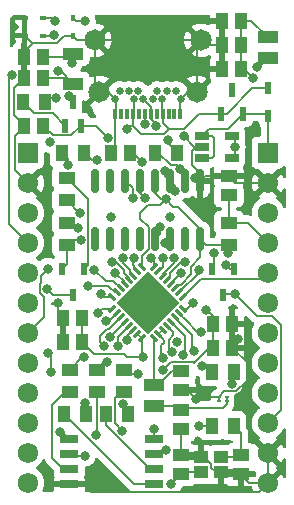
<source format=gbr>
%TF.GenerationSoftware,KiCad,Pcbnew,(6.0.2)*%
%TF.CreationDate,2022-07-01T18:11:32+02:00*%
%TF.ProjectId,Easy C3 Dev Board,45617379-2043-4332-9044-657620426f61,rev?*%
%TF.SameCoordinates,Original*%
%TF.FileFunction,Copper,L1,Top*%
%TF.FilePolarity,Positive*%
%FSLAX46Y46*%
G04 Gerber Fmt 4.6, Leading zero omitted, Abs format (unit mm)*
G04 Created by KiCad (PCBNEW (6.0.2)) date 2022-07-01 18:11:32*
%MOMM*%
%LPD*%
G01*
G04 APERTURE LIST*
G04 Aperture macros list*
%AMRoundRect*
0 Rectangle with rounded corners*
0 $1 Rounding radius*
0 $2 $3 $4 $5 $6 $7 $8 $9 X,Y pos of 4 corners*
0 Add a 4 corners polygon primitive as box body*
4,1,4,$2,$3,$4,$5,$6,$7,$8,$9,$2,$3,0*
0 Add four circle primitives for the rounded corners*
1,1,$1+$1,$2,$3*
1,1,$1+$1,$4,$5*
1,1,$1+$1,$6,$7*
1,1,$1+$1,$8,$9*
0 Add four rect primitives between the rounded corners*
20,1,$1+$1,$2,$3,$4,$5,0*
20,1,$1+$1,$4,$5,$6,$7,0*
20,1,$1+$1,$6,$7,$8,$9,0*
20,1,$1+$1,$8,$9,$2,$3,0*%
%AMRotRect*
0 Rectangle, with rotation*
0 The origin of the aperture is its center*
0 $1 length*
0 $2 width*
0 $3 Rotation angle, in degrees counterclockwise*
0 Add horizontal line*
21,1,$1,$2,0,0,$3*%
G04 Aperture macros list end*
%TA.AperFunction,ComponentPad*%
%ADD10R,1.725000X1.725000*%
%TD*%
%TA.AperFunction,ComponentPad*%
%ADD11C,1.725000*%
%TD*%
%TA.AperFunction,SMDPad,CuDef*%
%ADD12R,1.020000X1.470000*%
%TD*%
%TA.AperFunction,SMDPad,CuDef*%
%ADD13R,1.000000X1.450000*%
%TD*%
%TA.AperFunction,SMDPad,CuDef*%
%ADD14R,1.470000X1.020000*%
%TD*%
%TA.AperFunction,SMDPad,CuDef*%
%ADD15R,1.450000X1.000000*%
%TD*%
%TA.AperFunction,SMDPad,CuDef*%
%ADD16R,0.600000X1.050000*%
%TD*%
%TA.AperFunction,SMDPad,CuDef*%
%ADD17R,0.300000X0.250000*%
%TD*%
%TA.AperFunction,SMDPad,CuDef*%
%ADD18R,0.570000X0.420000*%
%TD*%
%TA.AperFunction,SMDPad,CuDef*%
%ADD19RotRect,0.300000X0.800000X225.000000*%
%TD*%
%TA.AperFunction,SMDPad,CuDef*%
%ADD20RotRect,0.300000X0.800000X135.000000*%
%TD*%
%TA.AperFunction,SMDPad,CuDef*%
%ADD21RotRect,3.750000X3.750000X135.000000*%
%TD*%
%TA.AperFunction,SMDPad,CuDef*%
%ADD22R,1.650000X0.650000*%
%TD*%
%TA.AperFunction,SMDPad,CuDef*%
%ADD23R,1.780000X1.020000*%
%TD*%
%TA.AperFunction,SMDPad,CuDef*%
%ADD24R,0.500000X1.075000*%
%TD*%
%TA.AperFunction,SMDPad,CuDef*%
%ADD25RoundRect,0.150000X-0.150000X0.825000X-0.150000X-0.825000X0.150000X-0.825000X0.150000X0.825000X0*%
%TD*%
%TA.AperFunction,SMDPad,CuDef*%
%ADD26R,1.250000X0.650000*%
%TD*%
%TA.AperFunction,SMDPad,CuDef*%
%ADD27R,1.200000X1.000000*%
%TD*%
%TA.AperFunction,SMDPad,CuDef*%
%ADD28R,0.600000X1.250000*%
%TD*%
%TA.AperFunction,SMDPad,CuDef*%
%ADD29R,0.550000X1.150000*%
%TD*%
%TA.AperFunction,SMDPad,CuDef*%
%ADD30R,0.300000X0.900000*%
%TD*%
%TA.AperFunction,ComponentPad*%
%ADD31C,0.650000*%
%TD*%
%TA.AperFunction,ComponentPad*%
%ADD32C,1.815000*%
%TD*%
%TA.AperFunction,SMDPad,CuDef*%
%ADD33R,0.420000X0.570000*%
%TD*%
%TA.AperFunction,SMDPad,CuDef*%
%ADD34R,1.800000X1.000000*%
%TD*%
%TA.AperFunction,ViaPad*%
%ADD35C,0.800000*%
%TD*%
%TA.AperFunction,Conductor*%
%ADD36C,0.200000*%
%TD*%
G04 APERTURE END LIST*
D10*
%TO.P,J3,1,1*%
%TO.N,VDD5*%
X147320000Y-60960000D03*
D11*
%TO.P,J3,2,2*%
%TO.N,GND*%
X147320000Y-63500000D03*
%TO.P,J3,3,3*%
%TO.N,VDD33*%
X147320000Y-66040000D03*
%TO.P,J3,4,4*%
%TO.N,GPIO0*%
X147320000Y-68580000D03*
%TO.P,J3,5,5*%
%TO.N,GPIO1*%
X147320000Y-71120000D03*
%TO.P,J3,6,6*%
%TO.N,GPIO2*%
X147320000Y-73660000D03*
%TO.P,J3,7,7*%
%TO.N,GPIO3*%
X147320000Y-76200000D03*
%TO.P,J3,8,8*%
%TO.N,GPIO10*%
X147320000Y-78740000D03*
%TO.P,J3,9,9*%
%TO.N,GPIO20*%
X147320000Y-81280000D03*
%TO.P,J3,10,10*%
%TO.N,GPIO21*%
X147320000Y-83820000D03*
%TO.P,J3,11,11*%
%TO.N,GPIO18*%
X147320000Y-86360000D03*
%TO.P,J3,12,12*%
%TO.N,GPIO19*%
X147320000Y-88900000D03*
%TD*%
D12*
%TO.P,C5,1*%
%TO.N,GND*%
X150330000Y-76962000D03*
%TO.P,C5,2*%
%TO.N,VDD33_RAW*%
X151930000Y-76962000D03*
%TD*%
D13*
%TO.P,R10,1*%
%TO.N,Net-(IC2-Pad6)*%
X153924000Y-83058000D03*
%TO.P,R10,2*%
%TO.N,SPICLK*%
X155824000Y-83058000D03*
%TD*%
D14*
%TO.P,C13,1*%
%TO.N,GND*%
X165354000Y-88176000D03*
%TO.P,C13,2*%
%TO.N,Net-(C13-Pad2)*%
X165354000Y-86576000D03*
%TD*%
D13*
%TO.P,R4,1*%
%TO.N,TXD*%
X150180000Y-60960000D03*
%TO.P,R4,2*%
%TO.N,GPIO21*%
X152080000Y-60960000D03*
%TD*%
D12*
%TO.P,C8,1*%
%TO.N,GND*%
X154356000Y-60960000D03*
%TO.P,C8,2*%
%TO.N,VDD5*%
X155956000Y-60960000D03*
%TD*%
D15*
%TO.P,R5,1*%
%TO.N,Net-(IC2-Pad3)*%
X150876000Y-81214000D03*
%TO.P,R5,2*%
%TO.N,SPIWP*%
X150876000Y-79314000D03*
%TD*%
D12*
%TO.P,C6,1*%
%TO.N,GND*%
X164630000Y-75438000D03*
%TO.P,C6,2*%
%TO.N,VDD33_RAW*%
X163030000Y-75438000D03*
%TD*%
D16*
%TO.P,Q3,1*%
%TO.N,Net-(Q3-Pad1)*%
X164780000Y-70782000D03*
%TO.P,Q3,2*%
%TO.N,/DTR#*%
X162880000Y-70782000D03*
%TO.P,Q3,3*%
%TO.N,GPIO9*%
X163830000Y-72982000D03*
%TD*%
D17*
%TO.P,ANT1,P1,GROUND_POINT_1*%
%TO.N,GND*%
X163510000Y-81963000D03*
%TO.P,ANT1,P2,GROUND_POINT_2*%
X163510000Y-81613000D03*
%TO.P,ANT1,P3,FEEDING_POINT_1*%
%TO.N,Net-(ANT1-PadP3)*%
X164150000Y-81963000D03*
%TO.P,ANT1,P4,FEEDING_POINT_2*%
X164150000Y-81613000D03*
%TD*%
D13*
%TO.P,R11,1*%
%TO.N,Net-(IC2-Pad7)*%
X164780000Y-79502000D03*
%TO.P,R11,2*%
%TO.N,SPIHD*%
X162880000Y-79502000D03*
%TD*%
D12*
%TO.P,C1,1*%
%TO.N,GND*%
X163792000Y-51816000D03*
%TO.P,C1,2*%
%TO.N,VDD33_RAW*%
X165392000Y-51816000D03*
%TD*%
D15*
%TO.P,R2,1*%
%TO.N,Net-(IC2-Pad2)*%
X153162000Y-81214000D03*
%TO.P,R2,2*%
%TO.N,SPIQ*%
X153162000Y-79314000D03*
%TD*%
%TO.P,R7,1*%
%TO.N,/RTS#*%
X150622000Y-68768000D03*
%TO.P,R7,2*%
%TO.N,Net-(Q3-Pad1)*%
X150622000Y-66868000D03*
%TD*%
D18*
%TO.P,D2,1*%
%TO.N,GND*%
X147053000Y-49530000D03*
%TO.P,D2,2*%
%TO.N,DP*%
X148603000Y-49530000D03*
%TD*%
D10*
%TO.P,J2,1,1*%
%TO.N,VDD5*%
X167640000Y-60960000D03*
D11*
%TO.P,J2,2,2*%
%TO.N,GND*%
X167640000Y-63500000D03*
%TO.P,J2,3,3*%
%TO.N,VDD33*%
X167640000Y-66040000D03*
%TO.P,J2,4,4*%
%TO.N,CHIP_EN*%
X167640000Y-68580000D03*
%TO.P,J2,5,5*%
%TO.N,GPIO4*%
X167640000Y-71120000D03*
%TO.P,J2,6,6*%
%TO.N,GPIO5*%
X167640000Y-73660000D03*
%TO.P,J2,7,7*%
%TO.N,GPIO6*%
X167640000Y-76200000D03*
%TO.P,J2,8,8*%
%TO.N,GPIO7*%
X167640000Y-78740000D03*
%TO.P,J2,9,9*%
%TO.N,GPIO8*%
X167640000Y-81280000D03*
%TO.P,J2,10,10*%
%TO.N,GPIO9*%
X167640000Y-83820000D03*
%TO.P,J2,11,11*%
%TO.N,GND*%
X167640000Y-86360000D03*
%TO.P,J2,12,12*%
X167640000Y-88900000D03*
%TD*%
D12*
%TO.P,C14,1*%
%TO.N,GND*%
X147028000Y-52832000D03*
%TO.P,C14,2*%
%TO.N,GPIO1*%
X148628000Y-52832000D03*
%TD*%
D19*
%TO.P,IC1,1,LNA_IN*%
%TO.N,LNA_IN*%
X158010330Y-76665204D03*
%TO.P,IC1,2,VDD3P3_1*%
%TO.N,Net-(IC1-Pad2)*%
X158363883Y-76311650D03*
%TO.P,IC1,3,VDD3P3_2*%
X158717437Y-75958097D03*
%TO.P,IC1,4,XTAL_32K_P*%
%TO.N,GPIO0*%
X159070990Y-75604544D03*
%TO.P,IC1,5,XTAL_32K_N*%
%TO.N,GPIO1*%
X159424544Y-75250990D03*
%TO.P,IC1,6,GPIO2*%
%TO.N,GPIO2*%
X159778097Y-74897437D03*
%TO.P,IC1,7,CHIP_EN*%
%TO.N,CHIP_EN*%
X160131650Y-74543883D03*
%TO.P,IC1,8,GPIO3*%
%TO.N,GPIO3*%
X160485204Y-74190330D03*
D20*
%TO.P,IC1,9,MTMS*%
%TO.N,GPIO4*%
X160485204Y-73129670D03*
%TO.P,IC1,10,MTDI*%
%TO.N,GPIO5*%
X160131650Y-72776117D03*
%TO.P,IC1,11,VDD3P3_RTC*%
%TO.N,VDD33_RAW*%
X159778097Y-72422563D03*
%TO.P,IC1,12,MTCK*%
%TO.N,GPIO6*%
X159424544Y-72069010D03*
%TO.P,IC1,13,MTDO*%
%TO.N,GPIO7*%
X159070990Y-71715456D03*
%TO.P,IC1,14,GPIO8*%
%TO.N,GPIO8*%
X158717437Y-71361903D03*
%TO.P,IC1,15,GPIO9*%
%TO.N,GPIO9*%
X158363883Y-71008350D03*
%TO.P,IC1,16,GPIO10*%
%TO.N,GPIO10*%
X158010330Y-70654796D03*
D19*
%TO.P,IC1,17,VDD3P3_CPU*%
%TO.N,VDD33_RAW*%
X156949670Y-70654796D03*
%TO.P,IC1,18,VDD_SPI*%
%TO.N,VDD_SPI*%
X156596117Y-71008350D03*
%TO.P,IC1,19,SPIHD*%
%TO.N,SPIHD*%
X156242563Y-71361903D03*
%TO.P,IC1,20,SPIWP*%
%TO.N,SPIWP*%
X155889010Y-71715456D03*
%TO.P,IC1,21,SPICS0*%
%TO.N,SPICS0*%
X155535456Y-72069010D03*
%TO.P,IC1,22,SPICLK*%
%TO.N,SPICLK*%
X155181903Y-72422563D03*
%TO.P,IC1,23,SPID*%
%TO.N,SPID*%
X154828350Y-72776117D03*
%TO.P,IC1,24,SPIQ*%
%TO.N,SPIQ*%
X154474796Y-73129670D03*
D20*
%TO.P,IC1,25,GPIO18*%
%TO.N,GPIO18*%
X154474796Y-74190330D03*
%TO.P,IC1,26,GPIO19*%
%TO.N,GPIO19*%
X154828350Y-74543883D03*
%TO.P,IC1,27,U0RXD*%
%TO.N,RXD*%
X155181903Y-74897437D03*
%TO.P,IC1,28,U0TXD*%
%TO.N,TXD*%
X155535456Y-75250990D03*
%TO.P,IC1,29,XTAL_N*%
%TO.N,XTAL_N*%
X155889010Y-75604544D03*
%TO.P,IC1,30,XTAL_P*%
%TO.N,XTAL_P*%
X156242563Y-75958097D03*
%TO.P,IC1,31,VDDA_1*%
%TO.N,VDD33_RAW*%
X156596117Y-76311650D03*
%TO.P,IC1,32,VDDA_2*%
X156949670Y-76665204D03*
D21*
%TO.P,IC1,33,GND*%
%TO.N,GND*%
X157480000Y-73660000D03*
%TD*%
D12*
%TO.P,C7,1*%
%TO.N,GND*%
X150330000Y-74930000D03*
%TO.P,C7,2*%
%TO.N,VDD33_RAW*%
X151930000Y-74930000D03*
%TD*%
D22*
%TO.P,IC2,1,/CS*%
%TO.N,Net-(IC2-Pad1)*%
X150832000Y-85217000D03*
%TO.P,IC2,2,DO(IO1)*%
%TO.N,Net-(IC2-Pad2)*%
X150832000Y-86487000D03*
%TO.P,IC2,3,/WP(IO2)*%
%TO.N,Net-(IC2-Pad3)*%
X150832000Y-87757000D03*
%TO.P,IC2,4,GND*%
%TO.N,GND*%
X150832000Y-89027000D03*
%TO.P,IC2,5,DI(IO0)*%
%TO.N,Net-(IC2-Pad5)*%
X158032000Y-89027000D03*
%TO.P,IC2,6,CLK*%
%TO.N,Net-(IC2-Pad6)*%
X158032000Y-87757000D03*
%TO.P,IC2,7,/HOLD(IO3)*%
%TO.N,Net-(IC2-Pad7)*%
X158032000Y-86487000D03*
%TO.P,IC2,8,VCC*%
%TO.N,VDD_SPI*%
X158032000Y-85217000D03*
%TD*%
D12*
%TO.P,C10,1*%
%TO.N,GND*%
X147028000Y-58674000D03*
%TO.P,C10,2*%
%TO.N,VDD33_RAW*%
X148628000Y-58674000D03*
%TD*%
D14*
%TO.P,C9,1*%
%TO.N,GND*%
X160274000Y-84366000D03*
%TO.P,C9,2*%
%TO.N,Net-(ANT1-PadP3)*%
X160274000Y-82766000D03*
%TD*%
D23*
%TO.P,L1,1*%
%TO.N,VDD33_RAW*%
X167640000Y-51180000D03*
%TO.P,L1,2*%
%TO.N,Net-(IC1-Pad2)*%
X167640000Y-52960000D03*
%TD*%
D12*
%TO.P,C4,1*%
%TO.N,GND*%
X164630000Y-77470000D03*
%TO.P,C4,2*%
%TO.N,VDD33_RAW*%
X163030000Y-77470000D03*
%TD*%
D14*
%TO.P,C12,1*%
%TO.N,GND*%
X164338000Y-62954000D03*
%TO.P,C12,2*%
%TO.N,CHIP_EN*%
X164338000Y-64554000D03*
%TD*%
%TO.P,C11,1*%
%TO.N,GND*%
X160274000Y-81064000D03*
%TO.P,C11,2*%
%TO.N,LNA_IN*%
X160274000Y-79464000D03*
%TD*%
D12*
%TO.P,C2,1*%
%TO.N,GND*%
X163792000Y-53848000D03*
%TO.P,C2,2*%
%TO.N,VDD33_RAW*%
X165392000Y-53848000D03*
%TD*%
D13*
%TO.P,R8,1*%
%TO.N,Net-(IC2-Pad5)*%
X150368000Y-83058000D03*
%TO.P,R8,2*%
%TO.N,SPID*%
X152268000Y-83058000D03*
%TD*%
D23*
%TO.P,L2,1*%
%TO.N,Net-(ANT1-PadP3)*%
X157988000Y-82424000D03*
%TO.P,L2,2*%
%TO.N,LNA_IN*%
X157988000Y-80644000D03*
%TD*%
D14*
%TO.P,C16,1*%
%TO.N,XTAL_N*%
X160274000Y-88176000D03*
%TO.P,C16,2*%
%TO.N,GND*%
X160274000Y-86576000D03*
%TD*%
D13*
%TO.P,R3,1*%
%TO.N,RXD*%
X159954000Y-60960000D03*
%TO.P,R3,2*%
%TO.N,GPIO20*%
X158054000Y-60960000D03*
%TD*%
%TO.P,R9,1*%
%TO.N,GPIO8*%
X148778000Y-56642000D03*
%TO.P,R9,2*%
%TO.N,Net-(Q4-Pad1)*%
X146878000Y-56642000D03*
%TD*%
D24*
%TO.P,D4,1*%
%TO.N,VDD5*%
X167640000Y-57804000D03*
%TO.P,D4,2*%
%TO.N,VUSB*%
X167640000Y-55480000D03*
%TD*%
D25*
%TO.P,U1,1,GND*%
%TO.N,GND*%
X161925000Y-63311000D03*
%TO.P,U1,2,TXD*%
%TO.N,GPIO20*%
X160655000Y-63311000D03*
%TO.P,U1,3,RXD*%
%TO.N,GPIO21*%
X159385000Y-63311000D03*
%TO.P,U1,4,V3*%
%TO.N,VDD33_RAW*%
X158115000Y-63311000D03*
%TO.P,U1,5,UD+*%
%TO.N,DP*%
X156845000Y-63311000D03*
%TO.P,U1,6,UD-*%
%TO.N,DN*%
X155575000Y-63311000D03*
%TO.P,U1,7,NC*%
%TO.N,unconnected-(U1-Pad7)*%
X154305000Y-63311000D03*
%TO.P,U1,8,NC*%
%TO.N,unconnected-(U1-Pad8)*%
X153035000Y-63311000D03*
%TO.P,U1,9,~{CTS}*%
%TO.N,unconnected-(U1-Pad9)*%
X153035000Y-68261000D03*
%TO.P,U1,10,~{DSR}*%
%TO.N,unconnected-(U1-Pad10)*%
X154305000Y-68261000D03*
%TO.P,U1,11,~{RI}*%
%TO.N,unconnected-(U1-Pad11)*%
X155575000Y-68261000D03*
%TO.P,U1,12,~{DCD}*%
%TO.N,unconnected-(U1-Pad12)*%
X156845000Y-68261000D03*
%TO.P,U1,13,~{DTR}*%
%TO.N,/DTR#*%
X158115000Y-68261000D03*
%TO.P,U1,14,~{RTS}*%
%TO.N,/RTS#*%
X159385000Y-68261000D03*
%TO.P,U1,15,R232*%
%TO.N,unconnected-(U1-Pad15)*%
X160655000Y-68261000D03*
%TO.P,U1,16,VCC*%
%TO.N,VDD33_RAW*%
X161925000Y-68261000D03*
%TD*%
D26*
%TO.P,IC3,1,VIN*%
%TO.N,VDD5*%
X162072000Y-59512000D03*
%TO.P,IC3,2,GND*%
%TO.N,GND*%
X162072000Y-60452000D03*
%TO.P,IC3,3,EN*%
%TO.N,VDD5*%
X162072000Y-61392000D03*
%TO.P,IC3,4,SNS*%
%TO.N,VDD33_RAW*%
X164572000Y-61392000D03*
%TO.P,IC3,5,VOUT*%
X164572000Y-59512000D03*
%TD*%
D13*
%TO.P,R13,1*%
%TO.N,XTAL_P*%
X162880000Y-84074000D03*
%TO.P,R13,2*%
%TO.N,Net-(C13-Pad2)*%
X164780000Y-84074000D03*
%TD*%
D16*
%TO.P,Q2,1*%
%TO.N,Net-(Q2-Pad1)*%
X152080000Y-70782000D03*
%TO.P,Q2,2*%
%TO.N,/RTS#*%
X150180000Y-70782000D03*
%TO.P,Q2,3*%
%TO.N,CHIP_EN*%
X151130000Y-72982000D03*
%TD*%
D27*
%TO.P,Y1,1,CRYSTAL_1*%
%TO.N,Net-(C13-Pad2)*%
X163664000Y-86726000D03*
%TO.P,Y1,2,GND_1*%
%TO.N,GND*%
X161964000Y-86726000D03*
%TO.P,Y1,3,CRYSTAL_2*%
%TO.N,XTAL_N*%
X161964000Y-88026000D03*
%TO.P,Y1,4,GND_2*%
%TO.N,GND*%
X163664000Y-88026000D03*
%TD*%
D28*
%TO.P,Q1,1*%
%TO.N,VUSB*%
X163642000Y-57642000D03*
%TO.P,Q1,2*%
%TO.N,VDD5*%
X165542000Y-57642000D03*
%TO.P,Q1,3*%
%TO.N,VDDIN*%
X164592000Y-55642000D03*
%TD*%
D12*
%TO.P,C3,1*%
%TO.N,GND*%
X163792000Y-49784000D03*
%TO.P,C3,2*%
%TO.N,VDD33_RAW*%
X165392000Y-49784000D03*
%TD*%
D15*
%TO.P,R12,1*%
%TO.N,CHIP_EN*%
X164338000Y-66868000D03*
%TO.P,R12,2*%
%TO.N,VDD33_RAW*%
X164338000Y-68768000D03*
%TD*%
D29*
%TO.P,Q4,1*%
%TO.N,Net-(Q4-Pad1)*%
X150480000Y-58658000D03*
%TO.P,Q4,2*%
%TO.N,VDD33_RAW*%
X151780000Y-58658000D03*
%TO.P,Q4,3*%
%TO.N,VDD33*%
X151130000Y-56658000D03*
%TD*%
D30*
%TO.P,J1,A1,GND_1*%
%TO.N,GND*%
X160230000Y-57643000D03*
%TO.P,J1,A2,SSTXP1*%
%TO.N,unconnected-(J1-PadA2)*%
X159730000Y-57643000D03*
%TO.P,J1,A3,SSTXN1*%
%TO.N,unconnected-(J1-PadA3)*%
X159230000Y-57643000D03*
%TO.P,J1,A4,VBUS_1*%
%TO.N,VUSB*%
X158730000Y-57643000D03*
%TO.P,J1,A5,CC1*%
%TO.N,unconnected-(J1-PadA5)*%
X158230000Y-57643000D03*
%TO.P,J1,A6,DP1*%
%TO.N,DP*%
X157730000Y-57643000D03*
%TO.P,J1,A7,DN1*%
%TO.N,DN*%
X157230000Y-57643000D03*
%TO.P,J1,A8,SBU1*%
%TO.N,unconnected-(J1-PadA8)*%
X156730000Y-57643000D03*
%TO.P,J1,A9,VBUS_2*%
%TO.N,VUSB*%
X156230000Y-57643000D03*
%TO.P,J1,A10,SSRXN2*%
%TO.N,unconnected-(J1-PadA10)*%
X155730000Y-57643000D03*
%TO.P,J1,A11,SSRXP2*%
%TO.N,unconnected-(J1-PadA11)*%
X155230000Y-57643000D03*
%TO.P,J1,A12,GND_2*%
%TO.N,GND*%
X154730000Y-57643000D03*
D31*
%TO.P,J1,B1,GND_3*%
X154680000Y-56433000D03*
%TO.P,J1,B2,SSTXP2*%
%TO.N,unconnected-(J1-PadB2)*%
X155080000Y-55733000D03*
%TO.P,J1,B3,SSTXN2*%
%TO.N,unconnected-(J1-PadB3)*%
X155880000Y-55733000D03*
%TO.P,J1,B4,VBUS_3*%
%TO.N,VUSB*%
X156280000Y-56433000D03*
%TO.P,J1,B5,CC2*%
%TO.N,unconnected-(J1-PadB5)*%
X156680000Y-55733000D03*
%TO.P,J1,B6,DP2*%
%TO.N,DP*%
X157080000Y-56433000D03*
%TO.P,J1,B7,DN2*%
%TO.N,DN*%
X157880000Y-56433000D03*
%TO.P,J1,B8,SBU2*%
%TO.N,unconnected-(J1-PadB8)*%
X158280000Y-55733000D03*
%TO.P,J1,B9,VBUS_4*%
%TO.N,VUSB*%
X158680000Y-56433000D03*
%TO.P,J1,B10,SSRXN1*%
%TO.N,unconnected-(J1-PadB10)*%
X159080000Y-55733000D03*
%TO.P,J1,B11,SSRXP1*%
%TO.N,unconnected-(J1-PadB11)*%
X159880000Y-55733000D03*
%TO.P,J1,B12,GND_4*%
%TO.N,GND*%
X160280000Y-56433000D03*
D32*
%TO.P,J1,MH1,MH1*%
X161610000Y-55833000D03*
%TO.P,J1,MH2,MH2*%
X161970000Y-51443000D03*
%TO.P,J1,MH3,MH3*%
X152990000Y-51443000D03*
%TO.P,J1,MH4,MH4*%
X153350000Y-55833000D03*
%TD*%
D33*
%TO.P,D1,1*%
%TO.N,GND*%
X151130000Y-51067000D03*
%TO.P,D1,2*%
%TO.N,VUSB*%
X151130000Y-49517000D03*
%TD*%
D15*
%TO.P,R6,1*%
%TO.N,/DTR#*%
X150622000Y-64958000D03*
%TO.P,R6,2*%
%TO.N,Net-(Q2-Pad1)*%
X150622000Y-63058000D03*
%TD*%
D34*
%TO.P,Y2,1*%
%TO.N,GPIO1*%
X151130000Y-52598000D03*
%TO.P,Y2,2*%
%TO.N,GPIO0*%
X151130000Y-55098000D03*
%TD*%
D12*
%TO.P,C15,1*%
%TO.N,GND*%
X147028000Y-54610000D03*
%TO.P,C15,2*%
%TO.N,GPIO0*%
X148628000Y-54610000D03*
%TD*%
D18*
%TO.P,D3,1*%
%TO.N,GND*%
X147053000Y-51038000D03*
%TO.P,D3,2*%
%TO.N,DN*%
X148603000Y-51038000D03*
%TD*%
D15*
%TO.P,R1,1*%
%TO.N,Net-(IC2-Pad1)*%
X155448000Y-81214000D03*
%TO.P,R1,2*%
%TO.N,SPICS0*%
X155448000Y-79314000D03*
%TD*%
D35*
%TO.N,GPIO1*%
X151026334Y-53392866D03*
%TO.N,VDD33*%
X150774400Y-56159400D03*
%TO.N,GPIO8*%
X149733000Y-56337200D03*
X154389620Y-66429420D03*
X159359600Y-66429420D03*
%TO.N,VDD33_RAW*%
X158978600Y-64897000D03*
%TO.N,/DTR#*%
X158544679Y-67219300D03*
%TO.N,VDD33_RAW*%
X164257652Y-69418200D03*
X162433000Y-74244200D03*
%TO.N,GPIO21*%
X159809959Y-64214858D03*
X149047200Y-77876400D03*
X149275800Y-79527400D03*
%TO.N,GPIO0*%
X149860000Y-54051200D03*
X145952437Y-54375172D03*
%TO.N,Net-(Q3-Pad1)*%
X151561800Y-67360800D03*
%TO.N,/RTS#*%
X158964500Y-68605400D03*
%TO.N,Net-(Q3-Pad1)*%
X164134800Y-70459600D03*
%TO.N,/DTR#*%
X163072473Y-69417500D03*
%TO.N,GPIO20*%
X160225066Y-62371500D03*
%TO.N,GPIO21*%
X158964500Y-62509400D03*
%TO.N,GND*%
X161504500Y-63093600D03*
%TO.N,GPIO2*%
X161402500Y-77719860D03*
%TO.N,CHIP_EN*%
X159978516Y-76956816D03*
%TO.N,GPIO0*%
X159492497Y-77800529D03*
%TO.N,CHIP_EN*%
X148971000Y-72466200D03*
%TO.N,GPIO3*%
X149047200Y-70764400D03*
X161264600Y-73710800D03*
%TO.N,CHIP_EN*%
X161963093Y-76111107D03*
%TO.N,GPIO1*%
X160451800Y-78054989D03*
%TO.N,SPIQ*%
X153492200Y-72874685D03*
%TO.N,Net-(IC1-Pad2)*%
X166686013Y-53714629D03*
X158724600Y-78359000D03*
%TO.N,SPICS0*%
X156670811Y-79730600D03*
%TO.N,VDD33_RAW*%
X157077732Y-78282800D03*
X158722534Y-79372934D03*
%TO.N,SPICLK*%
X155371800Y-82263502D03*
X152933615Y-70844116D03*
%TO.N,SPID*%
X152140934Y-82176921D03*
X152399701Y-72225185D03*
%TO.N,SPIQ*%
X154025600Y-78714600D03*
%TO.N,GPIO18*%
X153238925Y-74554348D03*
%TO.N,GPIO19*%
X153910325Y-75225748D03*
%TO.N,RXD*%
X159167688Y-59911595D03*
X149152086Y-60066423D03*
X153758385Y-77311603D03*
%TO.N,/DTR#*%
X151773789Y-66021874D03*
%TO.N,/RTS#*%
X151790400Y-68376800D03*
%TO.N,TXD*%
X150723600Y-62008498D03*
X154292863Y-76526818D03*
%TO.N,XTAL_N*%
X159461200Y-89012500D03*
X154941888Y-77328500D03*
%TO.N,XTAL_P*%
X161798000Y-84074000D03*
X155718980Y-76782899D03*
%TO.N,SPICS0*%
X154710201Y-71106739D03*
%TO.N,SPIWP*%
X152086734Y-78246502D03*
X154465118Y-70189412D03*
%TO.N,GND*%
X149860000Y-73660000D03*
X165116980Y-76708000D03*
%TO.N,SPIHD*%
X162052000Y-78994000D03*
%TO.N,GND*%
X157480000Y-73660000D03*
X157480000Y-75692000D03*
X157480000Y-71628000D03*
X155448000Y-73660000D03*
X159512000Y-73660000D03*
%TO.N,SPIHD*%
X155350716Y-69846963D03*
%TO.N,Net-(IC2-Pad1)*%
X150001500Y-84582000D03*
X155295255Y-84480745D03*
%TO.N,Net-(IC2-Pad2)*%
X152146000Y-86614000D03*
X153113266Y-84884734D03*
%TO.N,Net-(IC2-Pad7)*%
X164592000Y-80518000D03*
X158989498Y-86106000D03*
%TO.N,VDD_SPI*%
X157988000Y-84328000D03*
X156300170Y-69856576D03*
%TO.N,GPIO21*%
X153162000Y-61609500D03*
%TO.N,VDD33_RAW*%
X154080500Y-59675498D03*
%TO.N,GPIO10*%
X157734000Y-69850000D03*
%TO.N,GPIO9*%
X158727098Y-69849237D03*
X164846000Y-72898000D03*
%TO.N,GPIO8*%
X159676074Y-69880846D03*
%TO.N,GPIO7*%
X160633291Y-70201461D03*
%TO.N,GPIO6*%
X160274000Y-71120000D03*
%TO.N,GPIO5*%
X161798000Y-70866000D03*
%TO.N,VUSB*%
X152146000Y-49784000D03*
X155702000Y-58928000D03*
%TO.N,DP*%
X158153151Y-58708499D03*
X157226000Y-64770000D03*
%TO.N,DN*%
X156210000Y-64770000D03*
%TO.N,VDD5*%
X157007962Y-61746596D03*
%TO.N,VDD33_RAW*%
X164846000Y-60452000D03*
X166370000Y-54610000D03*
%TO.N,GND*%
X160528000Y-59577500D03*
%TO.N,DN*%
X149546734Y-50994734D03*
%TO.N,DP*%
X149606000Y-49784000D03*
%TO.N,DN*%
X157221911Y-58523173D03*
%TO.N,GND*%
X161544000Y-81788000D03*
%TD*%
D36*
%TO.N,VDD33_RAW*%
X155562300Y-78092300D02*
X155752800Y-78282800D01*
X155448000Y-77978000D02*
X155562300Y-78092300D01*
X155752800Y-78282800D02*
X157077732Y-78282800D01*
%TO.N,GPIO1*%
X151130000Y-53289200D02*
X151026334Y-53392866D01*
X151130000Y-52598000D02*
X151130000Y-53289200D01*
%TO.N,VDD33*%
X151130000Y-56515000D02*
X150774400Y-56159400D01*
X151130000Y-56658000D02*
X151130000Y-56515000D01*
%TO.N,GPIO8*%
X149733000Y-56337200D02*
X149082800Y-56337200D01*
X149082800Y-56337200D02*
X148778000Y-56642000D01*
%TO.N,VDD33_RAW*%
X157530800Y-65354200D02*
X158521400Y-65354200D01*
X158521400Y-65354200D02*
X158978600Y-64897000D01*
X156845000Y-66040000D02*
X157530800Y-65354200D01*
X157565480Y-67270514D02*
X156845000Y-66550034D01*
X157565480Y-69080526D02*
X157565480Y-67270514D01*
X156949670Y-70654796D02*
X156949670Y-69696336D01*
X156949670Y-69696336D02*
X157565480Y-69080526D01*
X156845000Y-66550034D02*
X156845000Y-66040000D01*
X158623000Y-64897000D02*
X158115000Y-64389000D01*
X158115000Y-64389000D02*
X158115000Y-63311000D01*
X158978600Y-64897000D02*
X158623000Y-64897000D01*
X159590603Y-65509003D02*
X158978600Y-64897000D01*
X160042997Y-65509003D02*
X159590603Y-65509003D01*
%TO.N,/DTR#*%
X158544679Y-67219300D02*
X158544679Y-67831321D01*
X158544679Y-67831321D02*
X158115000Y-68261000D01*
%TO.N,VDD33_RAW*%
X164338000Y-69337852D02*
X164257652Y-69418200D01*
X164338000Y-68768000D02*
X164338000Y-69337852D01*
X162458400Y-74244200D02*
X162433000Y-74244200D01*
X163030000Y-74815800D02*
X162458400Y-74244200D01*
X163030000Y-75438000D02*
X163030000Y-74815800D01*
%TO.N,GPIO21*%
X159809959Y-63735959D02*
X159385000Y-63311000D01*
X159809959Y-64214858D02*
X159809959Y-63735959D01*
X149275800Y-78105000D02*
X149047200Y-77876400D01*
X149275800Y-79527400D02*
X149275800Y-78105000D01*
%TO.N,GPIO0*%
X150083200Y-54051200D02*
X151130000Y-55098000D01*
X149860000Y-54051200D02*
X150083200Y-54051200D01*
X145719800Y-54607809D02*
X145952437Y-54375172D01*
X145719800Y-54914800D02*
X145719800Y-54607809D01*
X145719800Y-66979800D02*
X145719800Y-54914800D01*
X147320000Y-68580000D02*
X145719800Y-66979800D01*
%TO.N,GND*%
X146202400Y-62382400D02*
X147320000Y-63500000D01*
X146202400Y-59499600D02*
X146202400Y-62382400D01*
X147028000Y-58674000D02*
X146202400Y-59499600D01*
X146128489Y-55509511D02*
X147028000Y-54610000D01*
X146128489Y-57774489D02*
X146128489Y-55509511D01*
X147028000Y-58674000D02*
X146128489Y-57774489D01*
%TO.N,Net-(Q3-Pad1)*%
X151561800Y-67360800D02*
X151114800Y-67360800D01*
X151114800Y-67360800D02*
X150622000Y-66868000D01*
%TO.N,/RTS#*%
X159040600Y-68605400D02*
X159385000Y-68261000D01*
X158964500Y-68605400D02*
X159040600Y-68605400D01*
%TO.N,Net-(Q3-Pad1)*%
X164457200Y-70782000D02*
X164134800Y-70459600D01*
X164780000Y-70782000D02*
X164457200Y-70782000D01*
%TO.N,/DTR#*%
X163072473Y-70589527D02*
X162880000Y-70782000D01*
X163072473Y-69417500D02*
X163072473Y-70589527D01*
%TO.N,GPIO20*%
X160655000Y-62801434D02*
X160225066Y-62371500D01*
X160655000Y-63311000D02*
X160655000Y-62801434D01*
%TO.N,GPIO21*%
X158964500Y-62890500D02*
X159385000Y-63311000D01*
X158964500Y-62509400D02*
X158964500Y-62890500D01*
%TO.N,GPIO20*%
X160655000Y-62738000D02*
X160655000Y-63311000D01*
X159943800Y-62026800D02*
X160655000Y-62738000D01*
X159410400Y-62026800D02*
X159943800Y-62026800D01*
X158343600Y-60960000D02*
X159410400Y-62026800D01*
X158054000Y-60960000D02*
X158343600Y-60960000D01*
%TO.N,GND*%
X161504500Y-63093600D02*
X161707600Y-63093600D01*
X161707600Y-63093600D02*
X161925000Y-63311000D01*
%TO.N,GPIO3*%
X148666200Y-74853800D02*
X147320000Y-76200000D01*
X148666200Y-73202800D02*
X148666200Y-74853800D01*
X148321489Y-72858089D02*
X148666200Y-73202800D01*
X148321489Y-72099711D02*
X148321489Y-72858089D01*
X148437600Y-71983600D02*
X148321489Y-72099711D01*
X148437600Y-71374000D02*
X148437600Y-71983600D01*
X149047200Y-70764400D02*
X148437600Y-71374000D01*
%TO.N,GPIO1*%
X160628027Y-77878762D02*
X160451800Y-78054989D01*
X160628027Y-76503227D02*
X160628027Y-77878762D01*
X159424544Y-75299744D02*
X160628027Y-76503227D01*
X159424544Y-75250990D02*
X159424544Y-75299744D01*
%TO.N,GPIO2*%
X161239200Y-77556560D02*
X161402500Y-77719860D01*
X161239200Y-76403200D02*
X161239200Y-77556560D01*
%TO.N,GPIO0*%
X159232600Y-77540632D02*
X159492497Y-77800529D01*
X159588200Y-76428600D02*
X159232600Y-76784200D01*
X159232600Y-76784200D02*
X159232600Y-77540632D01*
X159588200Y-76403200D02*
X159588200Y-76428600D01*
X159588200Y-76121754D02*
X159588200Y-76403200D01*
%TO.N,CHIP_EN*%
X149486800Y-72982000D02*
X148971000Y-72466200D01*
X151130000Y-72982000D02*
X149486800Y-72982000D01*
%TO.N,GPIO3*%
X160785070Y-74190330D02*
X161264600Y-73710800D01*
X160485204Y-74190330D02*
X160785070Y-74190330D01*
%TO.N,CHIP_EN*%
X161658307Y-76111107D02*
X161963093Y-76111107D01*
X160680400Y-75133200D02*
X161658307Y-76111107D01*
X160131650Y-74584450D02*
X160680400Y-75133200D01*
X160131650Y-74543883D02*
X160131650Y-74584450D01*
%TO.N,GPIO2*%
X160680400Y-75844400D02*
X161239200Y-76403200D01*
X159778097Y-74942097D02*
X160680400Y-75844400D01*
X159778097Y-74897437D02*
X159778097Y-74942097D01*
%TO.N,SPIQ*%
X153747185Y-73129670D02*
X153492200Y-72874685D01*
X154130270Y-73129670D02*
X153747185Y-73129670D01*
X154474796Y-73129670D02*
X154130270Y-73129670D01*
%TO.N,GPIO0*%
X159070990Y-75604544D02*
X159588200Y-76121754D01*
%TO.N,Net-(IC1-Pad2)*%
X166885371Y-53714629D02*
X167640000Y-52960000D01*
X166686013Y-53714629D02*
X166885371Y-53714629D01*
X158597600Y-78232000D02*
X158724600Y-78359000D01*
X158597600Y-77266800D02*
X158597600Y-78232000D01*
X158826200Y-77038200D02*
X158597600Y-77266800D01*
X158826200Y-76809600D02*
X158826200Y-77038200D01*
X158363883Y-76347283D02*
X158826200Y-76809600D01*
X158363883Y-76311650D02*
X158363883Y-76347283D01*
X158363883Y-76311650D02*
X158717437Y-75958097D01*
%TO.N,SPICS0*%
X156670811Y-79730600D02*
X155864600Y-79730600D01*
X155864600Y-79730600D02*
X155448000Y-79314000D01*
%TO.N,LNA_IN*%
X157988000Y-78486000D02*
X157988000Y-80644000D01*
X158010330Y-76665204D02*
X158010330Y-78463670D01*
X158010330Y-78463670D02*
X157988000Y-78486000D01*
%TO.N,VDD33_RAW*%
X156949670Y-78154738D02*
X157077732Y-78282800D01*
X156949670Y-76665204D02*
X156949670Y-78154738D01*
X158724600Y-79375000D02*
X158722534Y-79372934D01*
X159395111Y-78704489D02*
X158724600Y-79375000D01*
X161309437Y-78704489D02*
X159395111Y-78704489D01*
X161366200Y-78761252D02*
X161309437Y-78704489D01*
X162657452Y-77470000D02*
X161366200Y-78761252D01*
X163030000Y-77470000D02*
X162657452Y-77470000D01*
%TO.N,SPICLK*%
X155371800Y-82605800D02*
X155824000Y-83058000D01*
X155371800Y-82263502D02*
X155371800Y-82605800D01*
X153895299Y-71805800D02*
X152933615Y-70844116D01*
X154101800Y-71805800D02*
X153895299Y-71805800D01*
X154565140Y-71805800D02*
X154101800Y-71805800D01*
X154590540Y-71831200D02*
X154565140Y-71805800D01*
X154635005Y-71875665D02*
X154590540Y-71831200D01*
X155181903Y-72422563D02*
X154635005Y-71875665D01*
%TO.N,SPID*%
X152140934Y-82930934D02*
X152268000Y-83058000D01*
X152140934Y-82176921D02*
X152140934Y-82930934D01*
X154140185Y-72225185D02*
X152399701Y-72225185D01*
X154305000Y-72390000D02*
X154140185Y-72225185D01*
X154691117Y-72776117D02*
X154305000Y-72390000D01*
X154716517Y-72776117D02*
X154691117Y-72776117D01*
X154828350Y-72776117D02*
X154716517Y-72776117D01*
%TO.N,SPIQ*%
X153761400Y-78714600D02*
X153162000Y-79314000D01*
X154025600Y-78714600D02*
X153761400Y-78714600D01*
%TO.N,GPIO18*%
X153602943Y-74190330D02*
X153238925Y-74554348D01*
X154474796Y-74190330D02*
X153602943Y-74190330D01*
%TO.N,GPIO19*%
X154146485Y-75225748D02*
X153910325Y-75225748D01*
X154828350Y-74543883D02*
X154146485Y-75225748D01*
%TO.N,RXD*%
X159167688Y-60173688D02*
X159954000Y-60960000D01*
X159167688Y-59911595D02*
X159167688Y-60173688D01*
X153466800Y-77020018D02*
X153758385Y-77311603D01*
X153466800Y-76434333D02*
X153466800Y-77020018D01*
X154023826Y-75877307D02*
X153466800Y-76434333D01*
X154202033Y-75877307D02*
X154023826Y-75877307D01*
X155181903Y-74897437D02*
X154202033Y-75877307D01*
%TO.N,/DTR#*%
X151685874Y-66021874D02*
X151773789Y-66021874D01*
X150622000Y-64958000D02*
X151685874Y-66021874D01*
%TO.N,Net-(Q2-Pad1)*%
X152439911Y-70422089D02*
X152439911Y-64875911D01*
X152439911Y-64875911D02*
X150622000Y-63058000D01*
X152080000Y-70782000D02*
X152439911Y-70422089D01*
%TO.N,/RTS#*%
X151790400Y-68376800D02*
X151013200Y-68376800D01*
X151013200Y-68376800D02*
X150622000Y-68768000D01*
X150622000Y-70340000D02*
X150180000Y-70782000D01*
X150622000Y-68768000D02*
X150622000Y-70340000D01*
%TO.N,TXD*%
X150723600Y-62008498D02*
X150723600Y-61503600D01*
X150723600Y-61503600D02*
X150180000Y-60960000D01*
X155535456Y-75284225D02*
X154292863Y-76526818D01*
X155535456Y-75250990D02*
X155535456Y-75284225D01*
%TO.N,XTAL_N*%
X159461200Y-88988800D02*
X160274000Y-88176000D01*
X159461200Y-89012500D02*
X159461200Y-88988800D01*
X154941888Y-76551666D02*
X154941888Y-77328500D01*
X155889010Y-75604544D02*
X154941888Y-76551666D01*
%TO.N,XTAL_P*%
X161798000Y-84074000D02*
X162880000Y-84074000D01*
X155702000Y-76765919D02*
X155718980Y-76782899D01*
X155702000Y-76454000D02*
X155702000Y-76765919D01*
X156197903Y-75958097D02*
X155702000Y-76454000D01*
X156242563Y-75958097D02*
X156197903Y-75958097D01*
%TO.N,SPICS0*%
X155535456Y-71931994D02*
X154710201Y-71106739D01*
X155535456Y-72069010D02*
X155535456Y-71931994D01*
%TO.N,SPIWP*%
X151943498Y-78246502D02*
X150876000Y-79314000D01*
X152086734Y-78246502D02*
X151943498Y-78246502D01*
X154600588Y-70189412D02*
X154465118Y-70189412D01*
X154686000Y-70104000D02*
X154600588Y-70189412D01*
X155448000Y-71132346D02*
X155448000Y-70866000D01*
X155448000Y-70866000D02*
X154686000Y-70104000D01*
X155889010Y-71715456D02*
X155889010Y-71573356D01*
X155889010Y-71573356D02*
X155448000Y-71132346D01*
%TO.N,GND*%
X149860000Y-73660000D02*
X149860000Y-74460000D01*
X149860000Y-74460000D02*
X150330000Y-74930000D01*
X164630000Y-77194980D02*
X165116980Y-76708000D01*
X164630000Y-77470000D02*
X164630000Y-77194980D01*
%TO.N,GPIO9*%
X168752011Y-82707989D02*
X167640000Y-83820000D01*
X168752011Y-75534011D02*
X168752011Y-82707989D01*
X166720011Y-74772011D02*
X167990011Y-74772011D01*
X167990011Y-74772011D02*
X168752011Y-75534011D01*
X164846000Y-72898000D02*
X166720011Y-74772011D01*
%TO.N,SPIHD*%
X162372000Y-78994000D02*
X162880000Y-79502000D01*
X162052000Y-78994000D02*
X162372000Y-78994000D01*
X155702000Y-70612000D02*
X155350716Y-70260716D01*
X155350716Y-70260716D02*
X155350716Y-69846963D01*
X156197903Y-71361903D02*
X155956000Y-71120000D01*
X155956000Y-70866000D02*
X155702000Y-70612000D01*
X155956000Y-71120000D02*
X155956000Y-70866000D01*
X156242563Y-71361903D02*
X156197903Y-71361903D01*
%TO.N,Net-(IC2-Pad1)*%
X150197000Y-84582000D02*
X150832000Y-85217000D01*
X150001500Y-84582000D02*
X150197000Y-84582000D01*
X154686000Y-81751000D02*
X154686000Y-83871490D01*
X155223000Y-81214000D02*
X154686000Y-81751000D01*
X154686000Y-83871490D02*
X155295255Y-84480745D01*
X155448000Y-81214000D02*
X155223000Y-81214000D01*
%TO.N,Net-(IC2-Pad2)*%
X150959000Y-86614000D02*
X150832000Y-86487000D01*
X152146000Y-86614000D02*
X150959000Y-86614000D01*
X153162000Y-84836000D02*
X153113266Y-84884734D01*
X153162000Y-84582000D02*
X153162000Y-84836000D01*
X153162000Y-81214000D02*
X153162000Y-84582000D01*
%TO.N,Net-(IC2-Pad3)*%
X150487978Y-81214000D02*
X150876000Y-81214000D01*
X149352000Y-86777000D02*
X149352000Y-82349978D01*
X149352000Y-82349978D02*
X150487978Y-81214000D01*
X150332000Y-87757000D02*
X149352000Y-86777000D01*
X150832000Y-87757000D02*
X150332000Y-87757000D01*
%TO.N,Net-(IC2-Pad6)*%
X153924000Y-84028022D02*
X153924000Y-83058000D01*
X157652978Y-87757000D02*
X153924000Y-84028022D01*
X158032000Y-87757000D02*
X157652978Y-87757000D01*
%TO.N,Net-(IC2-Pad5)*%
X150368000Y-83058000D02*
X156337000Y-89027000D01*
X156337000Y-89027000D02*
X158032000Y-89027000D01*
%TO.N,GND*%
X166878000Y-89662000D02*
X167640000Y-88900000D01*
X152654000Y-89662000D02*
X166878000Y-89662000D01*
X152019000Y-89027000D02*
X152654000Y-89662000D01*
X150832000Y-89027000D02*
X152019000Y-89027000D01*
X163955489Y-81167511D02*
X163510000Y-81613000D01*
X165862000Y-80264000D02*
X164958489Y-81167511D01*
X165862000Y-78702000D02*
X165862000Y-80264000D01*
X164630000Y-77470000D02*
X165862000Y-78702000D01*
X164958489Y-81167511D02*
X163955489Y-81167511D01*
%TO.N,Net-(IC2-Pad7)*%
X164592000Y-79690000D02*
X164780000Y-79502000D01*
X164592000Y-80518000D02*
X164592000Y-79690000D01*
X158608498Y-86487000D02*
X158989498Y-86106000D01*
X158032000Y-86487000D02*
X158608498Y-86487000D01*
%TO.N,VDD_SPI*%
X157988000Y-84328000D02*
X157988000Y-85173000D01*
X157988000Y-85173000D02*
X158032000Y-85217000D01*
X156210000Y-69946746D02*
X156300170Y-69856576D01*
X156210000Y-70480132D02*
X156210000Y-69946746D01*
X156596117Y-70866249D02*
X156402934Y-70673066D01*
X156402934Y-70673066D02*
X156210000Y-70480132D01*
X156596117Y-71008350D02*
X156596117Y-70866249D01*
%TO.N,GPIO21*%
X152729500Y-61609500D02*
X152080000Y-60960000D01*
X153162000Y-61609500D02*
X152729500Y-61609500D01*
%TO.N,VDD33_RAW*%
X153063002Y-58658000D02*
X151780000Y-58658000D01*
X154080500Y-59675498D02*
X153063002Y-58658000D01*
X160042997Y-65509003D02*
X161925000Y-67391006D01*
%TO.N,GPIO10*%
X158010330Y-70126330D02*
X157734000Y-69850000D01*
X158010330Y-70654796D02*
X158010330Y-70126330D01*
%TO.N,GPIO9*%
X163914000Y-72898000D02*
X163830000Y-72982000D01*
X164846000Y-72898000D02*
X163914000Y-72898000D01*
X158727098Y-70645135D02*
X158727098Y-69849237D01*
X158363883Y-71008350D02*
X158727098Y-70645135D01*
%TO.N,GPIO8*%
X159676074Y-70305083D02*
X159676074Y-69880846D01*
X158717437Y-71263720D02*
X159676074Y-70305083D01*
X158717437Y-71361903D02*
X158717437Y-71263720D01*
%TO.N,GPIO7*%
X159355866Y-71119586D02*
X160273991Y-70201461D01*
X159355866Y-71430580D02*
X159355866Y-71119586D01*
X160273991Y-70201461D02*
X160633291Y-70201461D01*
X159070990Y-71715456D02*
X159355866Y-71430580D01*
%TO.N,GPIO6*%
X159424544Y-71969456D02*
X160274000Y-71120000D01*
X159424544Y-72069010D02*
X159424544Y-71969456D01*
%TO.N,VDD33_RAW*%
X161925000Y-69820452D02*
X161925000Y-68261000D01*
X161148489Y-70596963D02*
X161925000Y-69820452D01*
X160272313Y-72137687D02*
X161148489Y-71261511D01*
X160062973Y-72137687D02*
X160272313Y-72137687D01*
X161148489Y-71261511D02*
X161148489Y-70596963D01*
X159778097Y-72422563D02*
X160062973Y-72137687D01*
%TO.N,GPIO5*%
X161798000Y-71109767D02*
X161798000Y-70866000D01*
X160131650Y-72776117D02*
X161798000Y-71109767D01*
%TO.N,GPIO4*%
X167132000Y-71628000D02*
X167640000Y-71120000D01*
X161986874Y-71628000D02*
X167132000Y-71628000D01*
X160485204Y-73129670D02*
X161986874Y-71628000D01*
%TO.N,VUSB*%
X152146000Y-49784000D02*
X151397000Y-49784000D01*
X151397000Y-49784000D02*
X151130000Y-49517000D01*
X155936000Y-58694000D02*
X155702000Y-58928000D01*
X156230000Y-58694000D02*
X155936000Y-58694000D01*
X158827990Y-59358010D02*
X159258000Y-58928000D01*
X156894010Y-59358010D02*
X158827990Y-59358010D01*
X156230000Y-58694000D02*
X156894010Y-59358010D01*
X156230000Y-57643000D02*
X156230000Y-58694000D01*
%TO.N,DP*%
X158153151Y-58535865D02*
X158153151Y-58708499D01*
X157730000Y-58112714D02*
X158153151Y-58535865D01*
X157730000Y-57643000D02*
X157730000Y-58112714D01*
X156845000Y-63311000D02*
X156845000Y-64389000D01*
X156845000Y-64389000D02*
X157226000Y-64770000D01*
%TO.N,DN*%
X156210000Y-64770000D02*
X156210000Y-63946000D01*
X156210000Y-63946000D02*
X155575000Y-63311000D01*
%TO.N,VDD5*%
X156221366Y-60960000D02*
X157007962Y-61746596D01*
X155956000Y-60960000D02*
X156221366Y-60960000D01*
%TO.N,VDD33_RAW*%
X161925000Y-67391006D02*
X161925000Y-68261000D01*
X164846000Y-60452000D02*
X164846000Y-61118000D01*
X164846000Y-61118000D02*
X164572000Y-61392000D01*
X164846000Y-59786000D02*
X164572000Y-59512000D01*
X164846000Y-60452000D02*
X164846000Y-59786000D01*
X165608000Y-53848000D02*
X166370000Y-54610000D01*
X165392000Y-53848000D02*
X165608000Y-53848000D01*
%TO.N,GND*%
X161402500Y-60452000D02*
X160528000Y-59577500D01*
X162072000Y-60452000D02*
X161402500Y-60452000D01*
X161197489Y-60798511D02*
X161544000Y-60452000D01*
X161197489Y-61966511D02*
X161197489Y-60798511D01*
X161925000Y-63311000D02*
X161925000Y-62694022D01*
X161925000Y-62694022D02*
X161197489Y-61966511D01*
X161544000Y-60452000D02*
X162072000Y-60452000D01*
X162282000Y-62954000D02*
X161925000Y-63311000D01*
X164338000Y-62954000D02*
X162282000Y-62954000D01*
X164884000Y-63500000D02*
X164338000Y-62954000D01*
X167640000Y-63500000D02*
X164884000Y-63500000D01*
%TO.N,VUSB*%
X158730000Y-58400000D02*
X158730000Y-57643000D01*
X160528000Y-58928000D02*
X159258000Y-58928000D01*
X159258000Y-58928000D02*
X158730000Y-58400000D01*
X161814000Y-57642000D02*
X160528000Y-58928000D01*
X163642000Y-57642000D02*
X161814000Y-57642000D01*
X166304000Y-55480000D02*
X167640000Y-55480000D01*
X164142000Y-57642000D02*
X166304000Y-55480000D01*
X163642000Y-57642000D02*
X164142000Y-57642000D01*
%TO.N,VDD5*%
X167640000Y-57804000D02*
X167640000Y-60960000D01*
X167478000Y-57642000D02*
X167640000Y-57804000D01*
X165542000Y-57642000D02*
X167478000Y-57642000D01*
X162890000Y-59512000D02*
X162072000Y-59512000D01*
X163068000Y-61221000D02*
X163068000Y-59690000D01*
X163068000Y-59690000D02*
X162890000Y-59512000D01*
X162897000Y-61392000D02*
X163068000Y-61221000D01*
X162072000Y-61392000D02*
X162897000Y-61392000D01*
X162072000Y-59512000D02*
X162646511Y-58937489D01*
X162646511Y-58937489D02*
X164246511Y-58937489D01*
X164246511Y-58937489D02*
X165542000Y-57642000D01*
%TO.N,VDD33_RAW*%
X166244000Y-49784000D02*
X165392000Y-49784000D01*
X167640000Y-51180000D02*
X166244000Y-49784000D01*
X165392000Y-51816000D02*
X165392000Y-53848000D01*
X165392000Y-49784000D02*
X165392000Y-51816000D01*
%TO.N,GND*%
X162343000Y-51816000D02*
X161970000Y-51443000D01*
X163792000Y-51816000D02*
X162343000Y-51816000D01*
X163792000Y-49784000D02*
X163792000Y-53848000D01*
%TO.N,VDD33_RAW*%
X150955489Y-59482511D02*
X151780000Y-58658000D01*
X149436511Y-59482511D02*
X150955489Y-59482511D01*
X148628000Y-58674000D02*
X149436511Y-59482511D01*
%TO.N,Net-(Q4-Pad1)*%
X147852511Y-57616511D02*
X149438511Y-57616511D01*
X149438511Y-57616511D02*
X150480000Y-58658000D01*
X146878000Y-56642000D02*
X147852511Y-57616511D01*
%TO.N,GPIO0*%
X150642000Y-54610000D02*
X151130000Y-55098000D01*
X148628000Y-54610000D02*
X150642000Y-54610000D01*
%TO.N,GPIO1*%
X148628000Y-52832000D02*
X150896000Y-52832000D01*
X150896000Y-52832000D02*
X151130000Y-52598000D01*
%TO.N,GND*%
X147028000Y-52832000D02*
X147028000Y-54610000D01*
X147320000Y-52070000D02*
X147320000Y-52540000D01*
X147320000Y-52540000D02*
X147028000Y-52832000D01*
X147659245Y-51730755D02*
X147320000Y-52070000D01*
X147659245Y-51644245D02*
X147659245Y-51730755D01*
X147659245Y-51644245D02*
X147053000Y-51038000D01*
X149815755Y-51644245D02*
X147659245Y-51644245D01*
X150393000Y-51067000D02*
X149815755Y-51644245D01*
%TO.N,DN*%
X149503468Y-51038000D02*
X149546734Y-50994734D01*
X148603000Y-51038000D02*
X149503468Y-51038000D01*
%TO.N,DP*%
X149352000Y-49530000D02*
X149606000Y-49784000D01*
X148603000Y-49530000D02*
X149352000Y-49530000D01*
%TO.N,GND*%
X147053000Y-51038000D02*
X147053000Y-49530000D01*
X151130000Y-51067000D02*
X150393000Y-51067000D01*
X151506000Y-51443000D02*
X151130000Y-51067000D01*
X152990000Y-51443000D02*
X151506000Y-51443000D01*
X154730000Y-60586000D02*
X154356000Y-60960000D01*
X154730000Y-57643000D02*
X154730000Y-60586000D01*
X154804521Y-57568479D02*
X154730000Y-57643000D01*
X154804521Y-56557521D02*
X154804521Y-57568479D01*
X154680000Y-56433000D02*
X154804521Y-56557521D01*
X154080000Y-55833000D02*
X154680000Y-56433000D01*
X153350000Y-55833000D02*
X154080000Y-55833000D01*
X152990000Y-55473000D02*
X153350000Y-55833000D01*
X152990000Y-51443000D02*
X152990000Y-55473000D01*
X161970000Y-51443000D02*
X152990000Y-51443000D01*
X161610000Y-55833000D02*
X161610000Y-51803000D01*
X161610000Y-51803000D02*
X161970000Y-51443000D01*
X160880000Y-55833000D02*
X161610000Y-55833000D01*
X160280000Y-56433000D02*
X160880000Y-55833000D01*
X160230000Y-56483000D02*
X160280000Y-56433000D01*
X160230000Y-57643000D02*
X160230000Y-56483000D01*
%TO.N,DN*%
X157221911Y-58523173D02*
X157221911Y-57651089D01*
X157221911Y-57651089D02*
X157230000Y-57643000D01*
%TO.N,DP*%
X157730000Y-57095482D02*
X157730000Y-57643000D01*
X157080000Y-56445482D02*
X157730000Y-57095482D01*
X157080000Y-56433000D02*
X157080000Y-56445482D01*
%TO.N,VUSB*%
X158680000Y-57593000D02*
X158730000Y-57643000D01*
X158680000Y-56433000D02*
X158680000Y-57593000D01*
X156280000Y-57593000D02*
X156230000Y-57643000D01*
X156280000Y-56433000D02*
X156280000Y-57593000D01*
%TO.N,CHIP_EN*%
X164338000Y-66868000D02*
X164338000Y-64554000D01*
X165928000Y-66868000D02*
X167640000Y-68580000D01*
X164338000Y-66868000D02*
X165928000Y-66868000D01*
%TO.N,VDD33_RAW*%
X162432000Y-68768000D02*
X161925000Y-68261000D01*
X164338000Y-68768000D02*
X162432000Y-68768000D01*
X163030000Y-77470000D02*
X163030000Y-75438000D01*
%TO.N,GND*%
X150330000Y-74930000D02*
X150330000Y-76962000D01*
%TO.N,VDD33_RAW*%
X151930000Y-74930000D02*
X151930000Y-76962000D01*
X152946000Y-77978000D02*
X151930000Y-76962000D01*
X155448000Y-77978000D02*
X152946000Y-77978000D01*
X156596117Y-76311650D02*
X156949670Y-76665204D01*
%TO.N,GND*%
X162263022Y-86726000D02*
X161964000Y-86726000D01*
X162813511Y-87276489D02*
X162263022Y-86726000D01*
X162813511Y-87629511D02*
X162813511Y-87276489D01*
X163210000Y-88026000D02*
X162813511Y-87629511D01*
X163664000Y-88026000D02*
X163210000Y-88026000D01*
X166078000Y-88900000D02*
X165354000Y-88176000D01*
X167640000Y-88900000D02*
X166078000Y-88900000D01*
X167640000Y-86360000D02*
X167640000Y-88900000D01*
X160820000Y-81064000D02*
X161544000Y-81788000D01*
X160274000Y-81064000D02*
X160820000Y-81064000D01*
X160274000Y-84366000D02*
X160274000Y-86576000D01*
X161814000Y-86576000D02*
X161964000Y-86726000D01*
X160274000Y-86576000D02*
X161814000Y-86576000D01*
%TO.N,XTAL_N*%
X160424000Y-88026000D02*
X160274000Y-88176000D01*
X161964000Y-88026000D02*
X160424000Y-88026000D01*
%TO.N,GND*%
X163814000Y-88176000D02*
X163664000Y-88026000D01*
X165354000Y-88176000D02*
X163814000Y-88176000D01*
%TO.N,Net-(C13-Pad2)*%
X165354000Y-84648000D02*
X164780000Y-84074000D01*
X165354000Y-86576000D02*
X165354000Y-84648000D01*
X165204000Y-86726000D02*
X165354000Y-86576000D01*
X163664000Y-86726000D02*
X165204000Y-86726000D01*
%TO.N,GND*%
X164630000Y-75438000D02*
X164630000Y-77470000D01*
%TO.N,Net-(ANT1-PadP3)*%
X164150000Y-81613000D02*
X164150000Y-81963000D01*
X160490000Y-82550000D02*
X160274000Y-82766000D01*
X163830000Y-82550000D02*
X160490000Y-82550000D01*
X164150000Y-82230000D02*
X163830000Y-82550000D01*
X164150000Y-81963000D02*
X164150000Y-82230000D01*
%TO.N,GND*%
X163510000Y-81963000D02*
X163510000Y-81613000D01*
X162639000Y-81613000D02*
X162090000Y-81064000D01*
X162090000Y-81064000D02*
X160274000Y-81064000D01*
X163510000Y-81613000D02*
X162639000Y-81613000D01*
%TO.N,Net-(ANT1-PadP3)*%
X159932000Y-82424000D02*
X160274000Y-82766000D01*
X157988000Y-82424000D02*
X159932000Y-82424000D01*
%TO.N,LNA_IN*%
X158370000Y-80644000D02*
X159550000Y-79464000D01*
X159550000Y-79464000D02*
X160274000Y-79464000D01*
X157988000Y-80644000D02*
X158370000Y-80644000D01*
%TD*%
%TA.AperFunction,Conductor*%
%TO.N,GND*%
G36*
X153203872Y-86763945D02*
G01*
X153237373Y-86787922D01*
X155872685Y-89423234D01*
X155883553Y-89435626D01*
X155901716Y-89459297D01*
X155927316Y-89525518D01*
X155913051Y-89595066D01*
X155863449Y-89645862D01*
X155801753Y-89662000D01*
X152265151Y-89662000D01*
X152197030Y-89641998D01*
X152150537Y-89588342D01*
X152140433Y-89518068D01*
X152147169Y-89491769D01*
X152155479Y-89469602D01*
X152159105Y-89454351D01*
X152164631Y-89403486D01*
X152165000Y-89396670D01*
X152165000Y-89299115D01*
X152160525Y-89283876D01*
X152159135Y-89282671D01*
X152151452Y-89281000D01*
X149517116Y-89281000D01*
X149501877Y-89285475D01*
X149500672Y-89286865D01*
X149499001Y-89294548D01*
X149499001Y-89396669D01*
X149499371Y-89403490D01*
X149504895Y-89454352D01*
X149508520Y-89469600D01*
X149516831Y-89491769D01*
X149522014Y-89562576D01*
X149488094Y-89624946D01*
X149425839Y-89659075D01*
X149398849Y-89662000D01*
X148675603Y-89662000D01*
X148607482Y-89641998D01*
X148560989Y-89588342D01*
X148550885Y-89518068D01*
X148562645Y-89480175D01*
X148599093Y-89406429D01*
X148664630Y-89190719D01*
X148694057Y-88967203D01*
X148694139Y-88963853D01*
X148695617Y-88903365D01*
X148695617Y-88903361D01*
X148695699Y-88900000D01*
X148688374Y-88810905D01*
X148677650Y-88680464D01*
X148677649Y-88680458D01*
X148677226Y-88675313D01*
X148627319Y-88476624D01*
X148623563Y-88461670D01*
X148623562Y-88461666D01*
X148622304Y-88456659D01*
X148611439Y-88431671D01*
X148534468Y-88254649D01*
X148534466Y-88254646D01*
X148532408Y-88249912D01*
X148409952Y-88060624D01*
X148258224Y-87893877D01*
X148081300Y-87754151D01*
X148056472Y-87740445D01*
X148006503Y-87690015D01*
X147991731Y-87620572D01*
X148016847Y-87554166D01*
X148044198Y-87527560D01*
X148203743Y-87413758D01*
X148203748Y-87413754D01*
X148207955Y-87410753D01*
X148367647Y-87251618D01*
X148499204Y-87068537D01*
X148547463Y-86970893D01*
X148595577Y-86918687D01*
X148664279Y-86900780D01*
X148731755Y-86922859D01*
X148776829Y-86978503D01*
X148820476Y-87083876D01*
X148825503Y-87090427D01*
X148825504Y-87090429D01*
X148893520Y-87179069D01*
X148893526Y-87179075D01*
X148918013Y-87210987D01*
X148924568Y-87216017D01*
X148943379Y-87230452D01*
X148955770Y-87241319D01*
X149461595Y-87747144D01*
X149495621Y-87809456D01*
X149498500Y-87836239D01*
X149498500Y-88130134D01*
X149505255Y-88192316D01*
X149508029Y-88199715D01*
X149547124Y-88304000D01*
X149556385Y-88328705D01*
X149559971Y-88333490D01*
X149574818Y-88401374D01*
X149559649Y-88453035D01*
X149553677Y-88463942D01*
X149508522Y-88584394D01*
X149504895Y-88599649D01*
X149499369Y-88650514D01*
X149499000Y-88657328D01*
X149499000Y-88754885D01*
X149503475Y-88770124D01*
X149504865Y-88771329D01*
X149512548Y-88773000D01*
X152146884Y-88773000D01*
X152162123Y-88768525D01*
X152163328Y-88767135D01*
X152164999Y-88759452D01*
X152164999Y-88657331D01*
X152164629Y-88650510D01*
X152159105Y-88599648D01*
X152155479Y-88584396D01*
X152110323Y-88463942D01*
X152104351Y-88453035D01*
X152089182Y-88383678D01*
X152103847Y-88333732D01*
X152107615Y-88328705D01*
X152116877Y-88304000D01*
X152155971Y-88199715D01*
X152158745Y-88192316D01*
X152165500Y-88130134D01*
X152165500Y-87640685D01*
X152185502Y-87572564D01*
X152239158Y-87526071D01*
X152265303Y-87517438D01*
X152334704Y-87502686D01*
X152428288Y-87482794D01*
X152525479Y-87439522D01*
X152596722Y-87407803D01*
X152596724Y-87407802D01*
X152602752Y-87405118D01*
X152757253Y-87292866D01*
X152830977Y-87210987D01*
X152880621Y-87155852D01*
X152880622Y-87155851D01*
X152885040Y-87150944D01*
X152980527Y-86985556D01*
X153021493Y-86859478D01*
X153028445Y-86838081D01*
X153068519Y-86779475D01*
X153133915Y-86751838D01*
X153203872Y-86763945D01*
G37*
%TD.AperFunction*%
%TA.AperFunction,Conductor*%
G36*
X164754121Y-87792002D02*
G01*
X164800614Y-87845658D01*
X164812000Y-87898000D01*
X164812000Y-87903885D01*
X164816475Y-87919124D01*
X164817865Y-87920329D01*
X164825548Y-87922000D01*
X166511000Y-87922000D01*
X166579121Y-87942002D01*
X166625614Y-87995658D01*
X166637000Y-88048000D01*
X166637000Y-88304000D01*
X166616998Y-88372121D01*
X166563342Y-88418614D01*
X166511000Y-88430000D01*
X165626115Y-88430000D01*
X165610876Y-88434475D01*
X165609671Y-88435865D01*
X165608000Y-88443548D01*
X165608000Y-89175884D01*
X165612475Y-89191123D01*
X165613865Y-89192328D01*
X165621548Y-89193999D01*
X166133669Y-89193999D01*
X166140488Y-89193630D01*
X166185587Y-89188731D01*
X166255469Y-89201260D01*
X166307484Y-89249581D01*
X166322110Y-89286294D01*
X166326595Y-89306195D01*
X166329675Y-89316026D01*
X166399749Y-89488596D01*
X166406845Y-89559237D01*
X166374623Y-89622500D01*
X166313314Y-89658301D01*
X166283006Y-89662000D01*
X160353494Y-89662000D01*
X160285373Y-89641998D01*
X160238880Y-89588342D01*
X160228776Y-89518068D01*
X160244375Y-89473000D01*
X160252287Y-89459297D01*
X160285252Y-89402200D01*
X160292423Y-89389779D01*
X160292424Y-89389778D01*
X160295727Y-89384056D01*
X160329029Y-89281564D01*
X160369103Y-89222958D01*
X160434499Y-89195321D01*
X160448862Y-89194500D01*
X161057134Y-89194500D01*
X161119316Y-89187745D01*
X161255705Y-89136615D01*
X161358367Y-89059674D01*
X161424873Y-89034826D01*
X161433932Y-89034500D01*
X162612134Y-89034500D01*
X162674316Y-89027745D01*
X162681712Y-89024973D01*
X162681718Y-89024971D01*
X162770483Y-88991694D01*
X162841290Y-88986511D01*
X162858941Y-88991694D01*
X162946391Y-89024478D01*
X162961649Y-89028105D01*
X163012514Y-89033631D01*
X163019328Y-89034000D01*
X163391885Y-89034000D01*
X163407124Y-89029525D01*
X163408329Y-89028135D01*
X163410000Y-89020452D01*
X163410000Y-89015884D01*
X163918000Y-89015884D01*
X163922475Y-89031123D01*
X163923865Y-89032328D01*
X163931548Y-89033999D01*
X164194233Y-89033999D01*
X164262354Y-89054001D01*
X164269798Y-89059173D01*
X164365351Y-89130786D01*
X164380946Y-89139324D01*
X164501394Y-89184478D01*
X164516649Y-89188105D01*
X164567514Y-89193631D01*
X164574328Y-89194000D01*
X165081885Y-89194000D01*
X165097124Y-89189525D01*
X165098329Y-89188135D01*
X165100000Y-89180452D01*
X165100000Y-88448115D01*
X165095525Y-88432876D01*
X165094135Y-88431671D01*
X165086452Y-88430000D01*
X164197000Y-88430000D01*
X164128879Y-88409998D01*
X164082386Y-88356342D01*
X164071000Y-88304000D01*
X164071000Y-88298115D01*
X164066525Y-88282876D01*
X164065135Y-88281671D01*
X164057452Y-88280000D01*
X163936115Y-88280000D01*
X163920876Y-88284475D01*
X163919671Y-88285865D01*
X163918000Y-88293548D01*
X163918000Y-89015884D01*
X163410000Y-89015884D01*
X163410000Y-87898000D01*
X163430002Y-87829879D01*
X163483658Y-87783386D01*
X163536000Y-87772000D01*
X164686000Y-87772000D01*
X164754121Y-87792002D01*
G37*
%TD.AperFunction*%
%TA.AperFunction,Conductor*%
G36*
X164744047Y-73805127D02*
G01*
X164744060Y-73805128D01*
X164750513Y-73806500D01*
X164841761Y-73806500D01*
X164909882Y-73826502D01*
X164930856Y-73843405D01*
X165067356Y-73979905D01*
X165101382Y-74042217D01*
X165096317Y-74113032D01*
X165053770Y-74169868D01*
X164987250Y-74194679D01*
X164978261Y-74195000D01*
X164902115Y-74195000D01*
X164886876Y-74199475D01*
X164885671Y-74200865D01*
X164884000Y-74208548D01*
X164884000Y-75165885D01*
X164888475Y-75181124D01*
X164889865Y-75182329D01*
X164897548Y-75184000D01*
X165629884Y-75184000D01*
X165645123Y-75179525D01*
X165646328Y-75178135D01*
X165647999Y-75170452D01*
X165647999Y-74864738D01*
X165668001Y-74796617D01*
X165721657Y-74750124D01*
X165791931Y-74740020D01*
X165856511Y-74769514D01*
X165863094Y-74775643D01*
X166255696Y-75168245D01*
X166266563Y-75180636D01*
X166286024Y-75205998D01*
X166292574Y-75211024D01*
X166317932Y-75230482D01*
X166317948Y-75230496D01*
X166357159Y-75260583D01*
X166413135Y-75303535D01*
X166420769Y-75306697D01*
X166424316Y-75308745D01*
X166473309Y-75360128D01*
X166486744Y-75429842D01*
X166465404Y-75488867D01*
X166446750Y-75516213D01*
X166446744Y-75516223D01*
X166443837Y-75520485D01*
X166441663Y-75525169D01*
X166441661Y-75525172D01*
X166354412Y-75713134D01*
X166348916Y-75724974D01*
X166288668Y-75942220D01*
X166264712Y-76166389D01*
X166265009Y-76171542D01*
X166265009Y-76171545D01*
X166270525Y-76267203D01*
X166277689Y-76391460D01*
X166278826Y-76396506D01*
X166278827Y-76396512D01*
X166291783Y-76454000D01*
X166327253Y-76611390D01*
X166329195Y-76616172D01*
X166329196Y-76616176D01*
X166377992Y-76736345D01*
X166412071Y-76820272D01*
X166529866Y-77012496D01*
X166533250Y-77016402D01*
X166533251Y-77016404D01*
X166566430Y-77054706D01*
X166677474Y-77182899D01*
X166681449Y-77186199D01*
X166681453Y-77186203D01*
X166711954Y-77211525D01*
X166850931Y-77326907D01*
X166906191Y-77359198D01*
X166954914Y-77410837D01*
X166967985Y-77480620D01*
X166941253Y-77546392D01*
X166910269Y-77574151D01*
X166906923Y-77575893D01*
X166902793Y-77578994D01*
X166902788Y-77578997D01*
X166736302Y-77703998D01*
X166726637Y-77711255D01*
X166570881Y-77874245D01*
X166443837Y-78060485D01*
X166441657Y-78065182D01*
X166354412Y-78253134D01*
X166348916Y-78264974D01*
X166288668Y-78482220D01*
X166264712Y-78706389D01*
X166277689Y-78931460D01*
X166278826Y-78936506D01*
X166278827Y-78936512D01*
X166303117Y-79044293D01*
X166327253Y-79151390D01*
X166412071Y-79360272D01*
X166529866Y-79552496D01*
X166677474Y-79722899D01*
X166681449Y-79726199D01*
X166681453Y-79726203D01*
X166684378Y-79728631D01*
X166850931Y-79866907D01*
X166905777Y-79898956D01*
X166906191Y-79899198D01*
X166954914Y-79950837D01*
X166967985Y-80020620D01*
X166941253Y-80086392D01*
X166910269Y-80114151D01*
X166906923Y-80115893D01*
X166902793Y-80118994D01*
X166902788Y-80118997D01*
X166744111Y-80238135D01*
X166726637Y-80251255D01*
X166570881Y-80414245D01*
X166567967Y-80418517D01*
X166567966Y-80418518D01*
X166549926Y-80444964D01*
X166443837Y-80600485D01*
X166410322Y-80672687D01*
X166352872Y-80796452D01*
X166348916Y-80804974D01*
X166288668Y-81022220D01*
X166264712Y-81246389D01*
X166265009Y-81251542D01*
X166265009Y-81251545D01*
X166275286Y-81429789D01*
X166277689Y-81471460D01*
X166278826Y-81476506D01*
X166278827Y-81476512D01*
X166298903Y-81565592D01*
X166327253Y-81691390D01*
X166329195Y-81696172D01*
X166329196Y-81696176D01*
X166409012Y-81892739D01*
X166412071Y-81900272D01*
X166529866Y-82092496D01*
X166677474Y-82262899D01*
X166681449Y-82266199D01*
X166681453Y-82266203D01*
X166734319Y-82310093D01*
X166850931Y-82406907D01*
X166906191Y-82439198D01*
X166954914Y-82490837D01*
X166967985Y-82560620D01*
X166941253Y-82626392D01*
X166910269Y-82654151D01*
X166906923Y-82655893D01*
X166902793Y-82658994D01*
X166902788Y-82658997D01*
X166759152Y-82766842D01*
X166726637Y-82791255D01*
X166570881Y-82954245D01*
X166567967Y-82958517D01*
X166567966Y-82958518D01*
X166549926Y-82984964D01*
X166443837Y-83140485D01*
X166413971Y-83204826D01*
X166356287Y-83329095D01*
X166348916Y-83344974D01*
X166288668Y-83562220D01*
X166288119Y-83567354D01*
X166288119Y-83567356D01*
X166285827Y-83588803D01*
X166264712Y-83786389D01*
X166265009Y-83791542D01*
X166265009Y-83791545D01*
X166270344Y-83884072D01*
X166277689Y-84011460D01*
X166278826Y-84016506D01*
X166278827Y-84016512D01*
X166283420Y-84036891D01*
X166327253Y-84231390D01*
X166329195Y-84236172D01*
X166329196Y-84236176D01*
X166407417Y-84428811D01*
X166412071Y-84440272D01*
X166529866Y-84632496D01*
X166677474Y-84802899D01*
X166681449Y-84806199D01*
X166681453Y-84806203D01*
X166729408Y-84846016D01*
X166850931Y-84946907D01*
X166855394Y-84949515D01*
X166855397Y-84949517D01*
X166880755Y-84964334D01*
X166906680Y-84979484D01*
X166955403Y-85031121D01*
X166968474Y-85100904D01*
X166941743Y-85166676D01*
X166910247Y-85194894D01*
X166903054Y-85199423D01*
X166880746Y-85216172D01*
X166872294Y-85227496D01*
X166879039Y-85239829D01*
X167627188Y-85987978D01*
X167641132Y-85995592D01*
X167642965Y-85995461D01*
X167649580Y-85991210D01*
X168402290Y-85238500D01*
X168409310Y-85225645D01*
X168402163Y-85215836D01*
X168396493Y-85212069D01*
X168376022Y-85200768D01*
X168326051Y-85150335D01*
X168311280Y-85080892D01*
X168336397Y-85014487D01*
X168363747Y-84987882D01*
X168523743Y-84873758D01*
X168523748Y-84873754D01*
X168527955Y-84870753D01*
X168687647Y-84711618D01*
X168819204Y-84528537D01*
X168839580Y-84487310D01*
X168916801Y-84331067D01*
X168916802Y-84331064D01*
X168919093Y-84326429D01*
X168920596Y-84321482D01*
X168920849Y-84320843D01*
X168964525Y-84264870D01*
X169031528Y-84241395D01*
X169100586Y-84257872D01*
X169149774Y-84309069D01*
X169164000Y-84367229D01*
X169164000Y-85822010D01*
X169143998Y-85890131D01*
X169090342Y-85936624D01*
X169020068Y-85946728D01*
X168955488Y-85917234D01*
X168922450Y-85872252D01*
X168854026Y-85714887D01*
X168849159Y-85705812D01*
X168782103Y-85602158D01*
X168771417Y-85592955D01*
X168761852Y-85597358D01*
X168012022Y-86347188D01*
X168004408Y-86361132D01*
X168004539Y-86362965D01*
X168008790Y-86369580D01*
X168759431Y-87120221D01*
X168771442Y-87126780D01*
X168783181Y-87117812D01*
X168815754Y-87072482D01*
X168821068Y-87063637D01*
X168916337Y-86870875D01*
X168920850Y-86859478D01*
X168964526Y-86803505D01*
X169031529Y-86780031D01*
X169100587Y-86796509D01*
X169149774Y-86847706D01*
X169164000Y-86905865D01*
X169164000Y-88362010D01*
X169143998Y-88430131D01*
X169090342Y-88476624D01*
X169020068Y-88486728D01*
X168955488Y-88457234D01*
X168922450Y-88412252D01*
X168854026Y-88254887D01*
X168849159Y-88245812D01*
X168782103Y-88142158D01*
X168771417Y-88132955D01*
X168761852Y-88137358D01*
X167729095Y-89170115D01*
X167666783Y-89204141D01*
X167595968Y-89199076D01*
X167550905Y-89170115D01*
X167369885Y-88989095D01*
X167335859Y-88926783D01*
X167340924Y-88855968D01*
X167369885Y-88810905D01*
X168402290Y-87778500D01*
X168409310Y-87765645D01*
X168402163Y-87755836D01*
X168396497Y-87752072D01*
X168375536Y-87740500D01*
X168325566Y-87690066D01*
X168310795Y-87620623D01*
X168335913Y-87554218D01*
X168363263Y-87527613D01*
X168398210Y-87502686D01*
X168406610Y-87491987D01*
X168399621Y-87478831D01*
X166520853Y-85600063D01*
X166509316Y-85593763D01*
X166485938Y-85612079D01*
X166419979Y-85638346D01*
X166347722Y-85623415D01*
X166342887Y-85620768D01*
X166335705Y-85615385D01*
X166327304Y-85612236D01*
X166327301Y-85612234D01*
X166243367Y-85580769D01*
X166199316Y-85564255D01*
X166137134Y-85557500D01*
X166088500Y-85557500D01*
X166020379Y-85537498D01*
X165973886Y-85483842D01*
X165962500Y-85431500D01*
X165962500Y-84696144D01*
X165963578Y-84679698D01*
X165966673Y-84656188D01*
X165967751Y-84648000D01*
X165952050Y-84528739D01*
X165947916Y-84497337D01*
X165946838Y-84489149D01*
X165885524Y-84341124D01*
X165814538Y-84248613D01*
X165788937Y-84182394D01*
X165788500Y-84171910D01*
X165788500Y-83300866D01*
X165781745Y-83238684D01*
X165730615Y-83102295D01*
X165643261Y-82985739D01*
X165526705Y-82898385D01*
X165390316Y-82847255D01*
X165328134Y-82840500D01*
X164704046Y-82840500D01*
X164635925Y-82820498D01*
X164589432Y-82766842D01*
X164579328Y-82696568D01*
X164604077Y-82637805D01*
X164608474Y-82632075D01*
X164608477Y-82632072D01*
X164681523Y-82536876D01*
X164681524Y-82536875D01*
X164742838Y-82388850D01*
X164747734Y-82351661D01*
X164754674Y-82323879D01*
X164798971Y-82205718D01*
X164798973Y-82205712D01*
X164801745Y-82198316D01*
X164808500Y-82136134D01*
X164808500Y-81789866D01*
X164808583Y-81789866D01*
X164808583Y-81786134D01*
X164808500Y-81786134D01*
X164808500Y-81497910D01*
X164828502Y-81429789D01*
X164883252Y-81382803D01*
X165042719Y-81311805D01*
X165042726Y-81311801D01*
X165048752Y-81309118D01*
X165064058Y-81297998D01*
X165142102Y-81241295D01*
X165203253Y-81196866D01*
X165261410Y-81132276D01*
X165326621Y-81059852D01*
X165326622Y-81059851D01*
X165331040Y-81054944D01*
X165395087Y-80944012D01*
X165423223Y-80895279D01*
X165423224Y-80895278D01*
X165426527Y-80889556D01*
X165473734Y-80744269D01*
X165513808Y-80685664D01*
X165524546Y-80678424D01*
X165526705Y-80677615D01*
X165643261Y-80590261D01*
X165730615Y-80473705D01*
X165781745Y-80337316D01*
X165788500Y-80275134D01*
X165788500Y-78728866D01*
X165781745Y-78666684D01*
X165730615Y-78530295D01*
X165658598Y-78434203D01*
X165633750Y-78367697D01*
X165636841Y-78329492D01*
X165642105Y-78307351D01*
X165647631Y-78256486D01*
X165648000Y-78249672D01*
X165648000Y-77742115D01*
X165643525Y-77726876D01*
X165642135Y-77725671D01*
X165634452Y-77724000D01*
X164502000Y-77724000D01*
X164433879Y-77703998D01*
X164387386Y-77650342D01*
X164376000Y-77598000D01*
X164376000Y-77197885D01*
X164884000Y-77197885D01*
X164888475Y-77213124D01*
X164889865Y-77214329D01*
X164897548Y-77216000D01*
X165629884Y-77216000D01*
X165645123Y-77211525D01*
X165646328Y-77210135D01*
X165647999Y-77202452D01*
X165647999Y-76690331D01*
X165647629Y-76683510D01*
X165642105Y-76632648D01*
X165638479Y-76617397D01*
X165593805Y-76498230D01*
X165588622Y-76427423D01*
X165593805Y-76409770D01*
X165638478Y-76290606D01*
X165642105Y-76275351D01*
X165647631Y-76224486D01*
X165648000Y-76217672D01*
X165648000Y-75710115D01*
X165643525Y-75694876D01*
X165642135Y-75693671D01*
X165634452Y-75692000D01*
X164902115Y-75692000D01*
X164886876Y-75696475D01*
X164885671Y-75697865D01*
X164884000Y-75705548D01*
X164884000Y-77197885D01*
X164376000Y-77197885D01*
X164376000Y-74213116D01*
X164371525Y-74197877D01*
X164351016Y-74180106D01*
X164326478Y-74166708D01*
X164292450Y-74104398D01*
X164297511Y-74033582D01*
X164340056Y-73976744D01*
X164360645Y-73965478D01*
X164360425Y-73965077D01*
X164368297Y-73960767D01*
X164376705Y-73957615D01*
X164422502Y-73923292D01*
X164486078Y-73875645D01*
X164486081Y-73875642D01*
X164493261Y-73870261D01*
X164514009Y-73842578D01*
X164521552Y-73832513D01*
X164578412Y-73789999D01*
X164648575Y-73784833D01*
X164744047Y-73805127D01*
G37*
%TD.AperFunction*%
%TA.AperFunction,Conductor*%
G36*
X161631831Y-84967476D02*
G01*
X161696056Y-84981128D01*
X161696061Y-84981128D01*
X161702513Y-84982500D01*
X161821568Y-84982500D01*
X161889689Y-85002502D01*
X161929000Y-85044679D01*
X161929385Y-85045705D01*
X162016739Y-85162261D01*
X162133295Y-85249615D01*
X162269684Y-85300745D01*
X162331866Y-85307500D01*
X163428134Y-85307500D01*
X163490316Y-85300745D01*
X163626705Y-85249615D01*
X163743261Y-85162261D01*
X163744187Y-85161026D01*
X163803217Y-85128792D01*
X163874032Y-85133857D01*
X163915355Y-85160414D01*
X163916739Y-85162261D01*
X164033295Y-85249615D01*
X164169684Y-85300745D01*
X164231866Y-85307500D01*
X164545632Y-85307500D01*
X164613753Y-85327502D01*
X164660246Y-85381158D01*
X164670350Y-85451432D01*
X164640856Y-85516012D01*
X164581130Y-85554396D01*
X164559240Y-85558763D01*
X164508684Y-85564255D01*
X164372295Y-85615385D01*
X164323018Y-85652316D01*
X164269633Y-85692326D01*
X164203127Y-85717174D01*
X164194068Y-85717500D01*
X163015866Y-85717500D01*
X162953684Y-85724255D01*
X162946288Y-85727027D01*
X162946282Y-85727029D01*
X162857517Y-85760306D01*
X162786710Y-85765489D01*
X162769059Y-85760306D01*
X162681609Y-85727522D01*
X162666351Y-85723895D01*
X162615486Y-85718369D01*
X162608672Y-85718000D01*
X162236115Y-85718000D01*
X162220876Y-85722475D01*
X162219671Y-85723865D01*
X162218000Y-85731548D01*
X162218000Y-86854000D01*
X162197998Y-86922121D01*
X162144342Y-86968614D01*
X162092000Y-86980000D01*
X160942000Y-86980000D01*
X160873879Y-86959998D01*
X160827386Y-86906342D01*
X160816000Y-86854000D01*
X160816000Y-86848115D01*
X160811525Y-86832876D01*
X160810135Y-86831671D01*
X160802452Y-86830000D01*
X160146000Y-86830000D01*
X160077879Y-86809998D01*
X160031386Y-86756342D01*
X160020000Y-86704000D01*
X160020000Y-86448000D01*
X160040002Y-86379879D01*
X160093658Y-86333386D01*
X160146000Y-86322000D01*
X161431000Y-86322000D01*
X161499121Y-86342002D01*
X161545614Y-86395658D01*
X161557000Y-86448000D01*
X161557000Y-86453885D01*
X161561475Y-86469124D01*
X161562865Y-86470329D01*
X161570548Y-86472000D01*
X161691885Y-86472000D01*
X161707124Y-86467525D01*
X161708329Y-86466135D01*
X161710000Y-86458452D01*
X161710000Y-85736116D01*
X161705525Y-85720877D01*
X161704135Y-85719672D01*
X161696452Y-85718001D01*
X161433767Y-85718001D01*
X161365646Y-85697999D01*
X161358202Y-85692827D01*
X161262649Y-85621214D01*
X161247054Y-85612676D01*
X161183851Y-85588982D01*
X161127087Y-85546340D01*
X161102387Y-85479779D01*
X161117595Y-85410430D01*
X161167881Y-85360312D01*
X161183851Y-85353018D01*
X161247054Y-85329324D01*
X161262649Y-85320786D01*
X161364724Y-85244285D01*
X161377285Y-85231724D01*
X161453786Y-85129649D01*
X161462324Y-85114054D01*
X161487652Y-85046493D01*
X161530294Y-84989728D01*
X161596856Y-84965029D01*
X161631831Y-84967476D01*
G37*
%TD.AperFunction*%
%TA.AperFunction,Conductor*%
G36*
X161694746Y-79829417D02*
G01*
X161769712Y-79862794D01*
X161776169Y-79864166D01*
X161782452Y-79866208D01*
X161781674Y-79868602D01*
X161834174Y-79896948D01*
X161868493Y-79959098D01*
X161871500Y-79986463D01*
X161871500Y-80275134D01*
X161878255Y-80337316D01*
X161929385Y-80473705D01*
X162016739Y-80590261D01*
X162133295Y-80677615D01*
X162269684Y-80728745D01*
X162331866Y-80735500D01*
X163236125Y-80735500D01*
X163304246Y-80755502D01*
X163350739Y-80809158D01*
X163360843Y-80879432D01*
X163331349Y-80944012D01*
X163265269Y-80984083D01*
X163242396Y-80989521D01*
X163121946Y-81034676D01*
X163106351Y-81043214D01*
X163004276Y-81119715D01*
X162991715Y-81132276D01*
X162915214Y-81234351D01*
X162906676Y-81249946D01*
X162861522Y-81370394D01*
X162857895Y-81385649D01*
X162852369Y-81436514D01*
X162852000Y-81443327D01*
X162852001Y-81786088D01*
X162851920Y-81786088D01*
X162851920Y-81789911D01*
X162852000Y-81789911D01*
X162852000Y-81815500D01*
X162831998Y-81883621D01*
X162778342Y-81930114D01*
X162726000Y-81941500D01*
X161595595Y-81941500D01*
X161527474Y-81921498D01*
X161480981Y-81867842D01*
X161470877Y-81797568D01*
X161477613Y-81771270D01*
X161507478Y-81691605D01*
X161511105Y-81676351D01*
X161516631Y-81625486D01*
X161517000Y-81618672D01*
X161517000Y-81336115D01*
X161512525Y-81320876D01*
X161511135Y-81319671D01*
X161503452Y-81318000D01*
X160146000Y-81318000D01*
X160077879Y-81297998D01*
X160031386Y-81244342D01*
X160020000Y-81192000D01*
X160020000Y-80936000D01*
X160040002Y-80867879D01*
X160093658Y-80821386D01*
X160146000Y-80810000D01*
X161498884Y-80810000D01*
X161514123Y-80805525D01*
X161515328Y-80804135D01*
X161516999Y-80796452D01*
X161516999Y-80509331D01*
X161516629Y-80502510D01*
X161511105Y-80451648D01*
X161507479Y-80436397D01*
X161459698Y-80308942D01*
X161454515Y-80238135D01*
X161459696Y-80220489D01*
X161510745Y-80084316D01*
X161517500Y-80022134D01*
X161517500Y-79944525D01*
X161537502Y-79876404D01*
X161591158Y-79829911D01*
X161661432Y-79819807D01*
X161694746Y-79829417D01*
G37*
%TD.AperFunction*%
%TA.AperFunction,Conductor*%
G36*
X150526121Y-74696002D02*
G01*
X150572614Y-74749658D01*
X150584000Y-74802000D01*
X150584000Y-77090000D01*
X150563998Y-77158121D01*
X150510342Y-77204614D01*
X150458000Y-77216000D01*
X150202000Y-77216000D01*
X150133879Y-77195998D01*
X150087386Y-77142342D01*
X150076000Y-77090000D01*
X150076000Y-74802000D01*
X150096002Y-74733879D01*
X150149658Y-74687386D01*
X150202000Y-74676000D01*
X150458000Y-74676000D01*
X150526121Y-74696002D01*
G37*
%TD.AperFunction*%
%TA.AperFunction,Conductor*%
G36*
X149423276Y-73587388D02*
G01*
X149488203Y-73616110D01*
X149527295Y-73675375D01*
X149528140Y-73746367D01*
X149490470Y-73806545D01*
X149482393Y-73813138D01*
X149476263Y-73817732D01*
X149409756Y-73842578D01*
X149340374Y-73827524D01*
X149290145Y-73777349D01*
X149274700Y-73716904D01*
X149274700Y-73711503D01*
X149294702Y-73643382D01*
X149348358Y-73596889D01*
X149417146Y-73586581D01*
X149423276Y-73587388D01*
G37*
%TD.AperFunction*%
%TA.AperFunction,Conductor*%
G36*
X148857209Y-60931345D02*
G01*
X148857486Y-60930491D01*
X148863766Y-60932531D01*
X148869798Y-60935217D01*
X149056599Y-60974923D01*
X149059829Y-60974923D01*
X149124328Y-61001461D01*
X149164957Y-61059683D01*
X149171500Y-61099757D01*
X149171500Y-61733134D01*
X149178255Y-61795316D01*
X149229385Y-61931705D01*
X149316739Y-62048261D01*
X149359812Y-62080542D01*
X149425160Y-62129518D01*
X149467675Y-62186377D01*
X149472701Y-62257196D01*
X149455092Y-62295700D01*
X149456079Y-62296240D01*
X149451771Y-62304108D01*
X149446385Y-62311295D01*
X149395255Y-62447684D01*
X149388500Y-62509866D01*
X149388500Y-63606134D01*
X149395255Y-63668316D01*
X149446385Y-63804705D01*
X149533739Y-63921261D01*
X149534974Y-63922187D01*
X149567208Y-63981217D01*
X149562143Y-64052032D01*
X149535586Y-64093355D01*
X149533739Y-64094739D01*
X149446385Y-64211295D01*
X149395255Y-64347684D01*
X149388500Y-64409866D01*
X149388500Y-65506134D01*
X149395255Y-65568316D01*
X149446385Y-65704705D01*
X149533739Y-65821261D01*
X149538816Y-65825066D01*
X149572208Y-65886217D01*
X149567143Y-65957032D01*
X149539032Y-66000772D01*
X149533739Y-66004739D01*
X149446385Y-66121295D01*
X149395255Y-66257684D01*
X149388500Y-66319866D01*
X149388500Y-67416134D01*
X149395255Y-67478316D01*
X149446385Y-67614705D01*
X149533739Y-67731261D01*
X149534974Y-67732187D01*
X149567208Y-67791217D01*
X149562143Y-67862032D01*
X149535586Y-67903355D01*
X149533739Y-67904739D01*
X149446385Y-68021295D01*
X149395255Y-68157684D01*
X149388500Y-68219866D01*
X149388500Y-69316134D01*
X149395255Y-69378316D01*
X149446385Y-69514705D01*
X149533739Y-69631261D01*
X149565821Y-69655305D01*
X149608334Y-69712164D01*
X149613359Y-69782983D01*
X149579299Y-69845276D01*
X149565824Y-69856952D01*
X149516739Y-69893739D01*
X149516473Y-69894094D01*
X149457928Y-69926063D01*
X149387113Y-69920998D01*
X149379896Y-69918049D01*
X149335519Y-69898291D01*
X149335518Y-69898291D01*
X149329488Y-69895606D01*
X149236087Y-69875753D01*
X149149144Y-69857272D01*
X149149139Y-69857272D01*
X149142687Y-69855900D01*
X148951713Y-69855900D01*
X148945261Y-69857272D01*
X148945256Y-69857272D01*
X148858313Y-69875753D01*
X148764912Y-69895606D01*
X148758882Y-69898291D01*
X148758881Y-69898291D01*
X148596478Y-69970597D01*
X148596476Y-69970598D01*
X148590448Y-69973282D01*
X148585107Y-69977162D01*
X148585106Y-69977163D01*
X148471828Y-70059465D01*
X148435947Y-70085534D01*
X148431531Y-70090439D01*
X148431526Y-70090443D01*
X148426213Y-70096345D01*
X148365769Y-70133588D01*
X148294785Y-70132239D01*
X148254481Y-70110921D01*
X148234313Y-70094993D01*
X148081300Y-69974151D01*
X148056472Y-69960445D01*
X148006503Y-69910015D01*
X147991731Y-69840572D01*
X148016847Y-69774166D01*
X148044198Y-69747560D01*
X148055124Y-69739767D01*
X148132887Y-69684299D01*
X148203743Y-69633758D01*
X148203748Y-69633754D01*
X148207955Y-69630753D01*
X148367647Y-69471618D01*
X148499204Y-69288537D01*
X148599093Y-69086429D01*
X148664630Y-68870719D01*
X148694057Y-68647203D01*
X148695699Y-68580000D01*
X148689588Y-68505668D01*
X148677650Y-68360464D01*
X148677649Y-68360458D01*
X148677226Y-68355313D01*
X148640880Y-68210613D01*
X148623563Y-68141670D01*
X148623562Y-68141666D01*
X148622304Y-68136659D01*
X148596681Y-68077730D01*
X148534468Y-67934649D01*
X148534466Y-67934646D01*
X148532408Y-67929912D01*
X148409952Y-67740624D01*
X148258224Y-67573877D01*
X148081300Y-67434151D01*
X148056472Y-67420445D01*
X148006503Y-67370015D01*
X147991731Y-67300572D01*
X148016847Y-67234166D01*
X148044198Y-67207560D01*
X148203743Y-67093758D01*
X148203748Y-67093754D01*
X148207955Y-67090753D01*
X148367647Y-66931618D01*
X148382070Y-66911547D01*
X148440026Y-66830892D01*
X148499204Y-66748537D01*
X148515033Y-66716511D01*
X148556026Y-66633568D01*
X148599093Y-66546429D01*
X148664630Y-66330719D01*
X148694057Y-66107203D01*
X148695263Y-66057864D01*
X148695617Y-66043365D01*
X148695617Y-66043361D01*
X148695699Y-66040000D01*
X148685359Y-65914233D01*
X148677650Y-65820464D01*
X148677649Y-65820458D01*
X148677226Y-65815313D01*
X148622304Y-65596659D01*
X148616750Y-65583886D01*
X148534468Y-65394649D01*
X148534466Y-65394646D01*
X148532408Y-65389912D01*
X148409952Y-65200624D01*
X148258224Y-65033877D01*
X148081300Y-64894151D01*
X148055988Y-64880178D01*
X148006018Y-64829746D01*
X147991246Y-64760303D01*
X148016362Y-64693898D01*
X148043714Y-64667291D01*
X148078210Y-64642686D01*
X148086610Y-64631987D01*
X148079621Y-64618831D01*
X147049885Y-63589095D01*
X147015859Y-63526783D01*
X147017694Y-63501132D01*
X147684408Y-63501132D01*
X147684539Y-63502965D01*
X147688790Y-63509580D01*
X148439431Y-64260221D01*
X148451442Y-64266780D01*
X148463181Y-64257812D01*
X148495754Y-64212482D01*
X148501068Y-64203637D01*
X148596332Y-64010886D01*
X148600130Y-64001293D01*
X148662637Y-63795557D01*
X148664814Y-63785487D01*
X148693118Y-63570500D01*
X148693637Y-63563825D01*
X148695115Y-63503364D01*
X148694921Y-63496647D01*
X148677155Y-63280546D01*
X148675472Y-63270384D01*
X148623088Y-63061832D01*
X148619770Y-63052085D01*
X148534026Y-62854887D01*
X148529159Y-62845812D01*
X148462103Y-62742158D01*
X148451417Y-62732955D01*
X148441852Y-62737358D01*
X147692022Y-63487188D01*
X147684408Y-63501132D01*
X147017694Y-63501132D01*
X147020924Y-63455968D01*
X147049885Y-63410905D01*
X148092885Y-62367905D01*
X148155197Y-62333879D01*
X148181980Y-62331000D01*
X148230634Y-62331000D01*
X148292816Y-62324245D01*
X148429205Y-62273115D01*
X148545761Y-62185761D01*
X148633115Y-62069205D01*
X148684245Y-61932816D01*
X148691000Y-61870634D01*
X148691000Y-61049634D01*
X148711002Y-60981513D01*
X148764658Y-60935020D01*
X148834932Y-60924916D01*
X148857209Y-60931345D01*
G37*
%TD.AperFunction*%
%TA.AperFunction,Conductor*%
G36*
X166823621Y-58270502D02*
G01*
X166870114Y-58324158D01*
X166881500Y-58376500D01*
X166881500Y-58389634D01*
X166888255Y-58451816D01*
X166939385Y-58588205D01*
X166974937Y-58635642D01*
X167006326Y-58677524D01*
X167031174Y-58744030D01*
X167031500Y-58753089D01*
X167031500Y-59463000D01*
X167011498Y-59531121D01*
X166957842Y-59577614D01*
X166905500Y-59589000D01*
X166729366Y-59589000D01*
X166667184Y-59595755D01*
X166530795Y-59646885D01*
X166414239Y-59734239D01*
X166326885Y-59850795D01*
X166275755Y-59987184D01*
X166269000Y-60049366D01*
X166269000Y-61870634D01*
X166275755Y-61932816D01*
X166326885Y-62069205D01*
X166414239Y-62185761D01*
X166530795Y-62273115D01*
X166667184Y-62324245D01*
X166729366Y-62331000D01*
X166778020Y-62331000D01*
X166846141Y-62351002D01*
X166867115Y-62367905D01*
X167627188Y-63127978D01*
X167641132Y-63135592D01*
X167642965Y-63135461D01*
X167649580Y-63131210D01*
X168412885Y-62367905D01*
X168475197Y-62333879D01*
X168501980Y-62331000D01*
X168550634Y-62331000D01*
X168612816Y-62324245D01*
X168749205Y-62273115D01*
X168865761Y-62185761D01*
X168937174Y-62090475D01*
X168994033Y-62047960D01*
X169064852Y-62042934D01*
X169127145Y-62076994D01*
X169161135Y-62139325D01*
X169164000Y-62166040D01*
X169164000Y-62962010D01*
X169143998Y-63030131D01*
X169090342Y-63076624D01*
X169020068Y-63086728D01*
X168955488Y-63057234D01*
X168922450Y-63012252D01*
X168854026Y-62854887D01*
X168849159Y-62845812D01*
X168782103Y-62742158D01*
X168771417Y-62732955D01*
X168761852Y-62737358D01*
X168012022Y-63487188D01*
X168004408Y-63501132D01*
X168004539Y-63502965D01*
X168008790Y-63509580D01*
X168759431Y-64260221D01*
X168771442Y-64266780D01*
X168783181Y-64257812D01*
X168815754Y-64212482D01*
X168821068Y-64203637D01*
X168916337Y-64010875D01*
X168920850Y-63999478D01*
X168964526Y-63943505D01*
X169031529Y-63920031D01*
X169100587Y-63936509D01*
X169149774Y-63987706D01*
X169164000Y-64045865D01*
X169164000Y-65500756D01*
X169143998Y-65568877D01*
X169090342Y-65615370D01*
X169020068Y-65625474D01*
X168955488Y-65595980D01*
X168922450Y-65550998D01*
X168854468Y-65394649D01*
X168854466Y-65394646D01*
X168852408Y-65389912D01*
X168729952Y-65200624D01*
X168578224Y-65033877D01*
X168401300Y-64894151D01*
X168375988Y-64880178D01*
X168326018Y-64829746D01*
X168311246Y-64760303D01*
X168336362Y-64693898D01*
X168363714Y-64667291D01*
X168398210Y-64642686D01*
X168406610Y-64631987D01*
X168399621Y-64618831D01*
X167652812Y-63872022D01*
X167638868Y-63864408D01*
X167637035Y-63864539D01*
X167630420Y-63868790D01*
X166877599Y-64621611D01*
X166870839Y-64633991D01*
X166876120Y-64641046D01*
X166906669Y-64658897D01*
X166955392Y-64710536D01*
X166968463Y-64780319D01*
X166941731Y-64846091D01*
X166910608Y-64873975D01*
X166906923Y-64875893D01*
X166902796Y-64878992D01*
X166902788Y-64878997D01*
X166739930Y-65001274D01*
X166726637Y-65011255D01*
X166570881Y-65174245D01*
X166567967Y-65178517D01*
X166567966Y-65178518D01*
X166549926Y-65204964D01*
X166443837Y-65360485D01*
X166410343Y-65432642D01*
X166376229Y-65506134D01*
X166348916Y-65564974D01*
X166288668Y-65782220D01*
X166264712Y-66006389D01*
X166265009Y-66011542D01*
X166265009Y-66011545D01*
X166273378Y-66156685D01*
X166257330Y-66225844D01*
X166206440Y-66275349D01*
X166136864Y-66289481D01*
X166099370Y-66280347D01*
X166094482Y-66278323D01*
X166094483Y-66278323D01*
X166086851Y-66275162D01*
X166078664Y-66274084D01*
X166078663Y-66274084D01*
X166067458Y-66272609D01*
X166036262Y-66268502D01*
X165967885Y-66259500D01*
X165967882Y-66259500D01*
X165967874Y-66259499D01*
X165936189Y-66255328D01*
X165928000Y-66254250D01*
X165896307Y-66258422D01*
X165879864Y-66259500D01*
X165652754Y-66259500D01*
X165584633Y-66239498D01*
X165538140Y-66185842D01*
X165534772Y-66177730D01*
X165516767Y-66129703D01*
X165513615Y-66121295D01*
X165426261Y-66004739D01*
X165309705Y-65917385D01*
X165173316Y-65866255D01*
X165111134Y-65859500D01*
X165072500Y-65859500D01*
X165004379Y-65839498D01*
X164957886Y-65785842D01*
X164946500Y-65733500D01*
X164946500Y-65698500D01*
X164966502Y-65630379D01*
X165020158Y-65583886D01*
X165072500Y-65572500D01*
X165121134Y-65572500D01*
X165183316Y-65565745D01*
X165319705Y-65514615D01*
X165436261Y-65427261D01*
X165523615Y-65310705D01*
X165574745Y-65174316D01*
X165581500Y-65112134D01*
X165581500Y-63995866D01*
X165574745Y-63933684D01*
X165523698Y-63797516D01*
X165518515Y-63726711D01*
X165523698Y-63709058D01*
X165571478Y-63581606D01*
X165575105Y-63566351D01*
X165580631Y-63515486D01*
X165581000Y-63508672D01*
X165581000Y-63471557D01*
X166265511Y-63471557D01*
X166277888Y-63686222D01*
X166279324Y-63696442D01*
X166326596Y-63906197D01*
X166329675Y-63916026D01*
X166410575Y-64115258D01*
X166415218Y-64124449D01*
X166497370Y-64258510D01*
X166507826Y-64267970D01*
X166516604Y-64264186D01*
X167267978Y-63512812D01*
X167275592Y-63498868D01*
X167275461Y-63497035D01*
X167271210Y-63490420D01*
X166520853Y-62740063D01*
X166509317Y-62733764D01*
X166497034Y-62743387D01*
X166447187Y-62816461D01*
X166442098Y-62825419D01*
X166351560Y-63020467D01*
X166348008Y-63030120D01*
X166290541Y-63237341D01*
X166288614Y-63247446D01*
X166265763Y-63461268D01*
X166265511Y-63471557D01*
X165581000Y-63471557D01*
X165581000Y-63226115D01*
X165576525Y-63210876D01*
X165575135Y-63209671D01*
X165567452Y-63208000D01*
X163113116Y-63208000D01*
X163097877Y-63212475D01*
X163096672Y-63213865D01*
X163095001Y-63221548D01*
X163095001Y-63508669D01*
X163095371Y-63515490D01*
X163100895Y-63566352D01*
X163104521Y-63581603D01*
X163152302Y-63709058D01*
X163157485Y-63779865D01*
X163152304Y-63797511D01*
X163101255Y-63933684D01*
X163094500Y-63995866D01*
X163094500Y-65112134D01*
X163101255Y-65174316D01*
X163152385Y-65310705D01*
X163239739Y-65427261D01*
X163356295Y-65514615D01*
X163492684Y-65565745D01*
X163554866Y-65572500D01*
X163603500Y-65572500D01*
X163671621Y-65592502D01*
X163718114Y-65646158D01*
X163729500Y-65698500D01*
X163729500Y-65733500D01*
X163709498Y-65801621D01*
X163655842Y-65848114D01*
X163603500Y-65859500D01*
X163564866Y-65859500D01*
X163502684Y-65866255D01*
X163366295Y-65917385D01*
X163249739Y-66004739D01*
X163162385Y-66121295D01*
X163111255Y-66257684D01*
X163104500Y-66319866D01*
X163104500Y-67416134D01*
X163111255Y-67478316D01*
X163162385Y-67614705D01*
X163249739Y-67731261D01*
X163250974Y-67732187D01*
X163283208Y-67791217D01*
X163278143Y-67862032D01*
X163251586Y-67903355D01*
X163249739Y-67904739D01*
X163162385Y-68021295D01*
X163159233Y-68029703D01*
X163141228Y-68077730D01*
X163098586Y-68134495D01*
X163032024Y-68159194D01*
X163023246Y-68159500D01*
X162859500Y-68159500D01*
X162791379Y-68139498D01*
X162744886Y-68085842D01*
X162733500Y-68033500D01*
X162733500Y-67369498D01*
X162730562Y-67332169D01*
X162684145Y-67172399D01*
X162635860Y-67090753D01*
X162603491Y-67036020D01*
X162603489Y-67036017D01*
X162599453Y-67029193D01*
X162481807Y-66911547D01*
X162474983Y-66907511D01*
X162474980Y-66907509D01*
X162345427Y-66830892D01*
X162345428Y-66830892D01*
X162338601Y-66826855D01*
X162330991Y-66824644D01*
X162330986Y-66824642D01*
X162204471Y-66787887D01*
X162150528Y-66755985D01*
X160507312Y-65112769D01*
X160496445Y-65100378D01*
X160482010Y-65081566D01*
X160476984Y-65075016D01*
X160455601Y-65058608D01*
X160413735Y-65001274D01*
X160409511Y-64930403D01*
X160438669Y-64874336D01*
X160473017Y-64836189D01*
X160533463Y-64798950D01*
X160566653Y-64794500D01*
X160871502Y-64794500D01*
X160873950Y-64794307D01*
X160873958Y-64794307D01*
X160902421Y-64792067D01*
X160902426Y-64792066D01*
X160908831Y-64791562D01*
X161016426Y-64760303D01*
X161060988Y-64747357D01*
X161060990Y-64747356D01*
X161068601Y-64745145D01*
X161211807Y-64660453D01*
X161214747Y-64657513D01*
X161279271Y-64632179D01*
X161348894Y-64646080D01*
X161367640Y-64658129D01*
X161375323Y-64664089D01*
X161504779Y-64740648D01*
X161519210Y-64746893D01*
X161653605Y-64785939D01*
X161667706Y-64785899D01*
X161671000Y-64778630D01*
X161671000Y-64772878D01*
X162179000Y-64772878D01*
X162182973Y-64786409D01*
X162190871Y-64787544D01*
X162330790Y-64746893D01*
X162345221Y-64740648D01*
X162474678Y-64664089D01*
X162487104Y-64654449D01*
X162593449Y-64548104D01*
X162603089Y-64535678D01*
X162679648Y-64406221D01*
X162685893Y-64391790D01*
X162728269Y-64245935D01*
X162730570Y-64233333D01*
X162732807Y-64204916D01*
X162733000Y-64199986D01*
X162733000Y-63583115D01*
X162728525Y-63567876D01*
X162727135Y-63566671D01*
X162719452Y-63565000D01*
X162197115Y-63565000D01*
X162181876Y-63569475D01*
X162180671Y-63570865D01*
X162179000Y-63578548D01*
X162179000Y-64772878D01*
X161671000Y-64772878D01*
X161671000Y-63183000D01*
X161691002Y-63114879D01*
X161744658Y-63068386D01*
X161797000Y-63057000D01*
X162714884Y-63057000D01*
X162730123Y-63052525D01*
X162731328Y-63051135D01*
X162732999Y-63043452D01*
X162732999Y-62422017D01*
X162732805Y-62417080D01*
X162730570Y-62388666D01*
X162728269Y-62376068D01*
X162727278Y-62372656D01*
X162727284Y-62370671D01*
X162727112Y-62369731D01*
X162727286Y-62369699D01*
X162727482Y-62301660D01*
X162766037Y-62242044D01*
X162808011Y-62220599D01*
X162807316Y-62218745D01*
X162940584Y-62168785D01*
X163011392Y-62163602D01*
X163073761Y-62197523D01*
X163107890Y-62259778D01*
X163103721Y-62318084D01*
X163106349Y-62318709D01*
X163100895Y-62341649D01*
X163095369Y-62392514D01*
X163095000Y-62399328D01*
X163095000Y-62681885D01*
X163099475Y-62697124D01*
X163100865Y-62698329D01*
X163108548Y-62700000D01*
X165562884Y-62700000D01*
X165578123Y-62695525D01*
X165579328Y-62694135D01*
X165580999Y-62686452D01*
X165580999Y-62399331D01*
X165580629Y-62392510D01*
X165575105Y-62341648D01*
X165571478Y-62326394D01*
X165529294Y-62213866D01*
X165524111Y-62143059D01*
X165557004Y-62082702D01*
X165560261Y-62080261D01*
X165647615Y-61963705D01*
X165698745Y-61827316D01*
X165705500Y-61765134D01*
X165705500Y-61018866D01*
X165698745Y-60956684D01*
X165681095Y-60909603D01*
X165675912Y-60838796D01*
X165680856Y-60823663D01*
X165680527Y-60823556D01*
X165737502Y-60648206D01*
X165739542Y-60641928D01*
X165740353Y-60634218D01*
X165758814Y-60458565D01*
X165759504Y-60452000D01*
X165742227Y-60287615D01*
X165740232Y-60268635D01*
X165740232Y-60268633D01*
X165739542Y-60262072D01*
X165680527Y-60080444D01*
X165682617Y-60079765D01*
X165674534Y-60019520D01*
X165681095Y-59994397D01*
X165695971Y-59954715D01*
X165698745Y-59947316D01*
X165705500Y-59885134D01*
X165705500Y-59138866D01*
X165698745Y-59076684D01*
X165649652Y-58945728D01*
X165644469Y-58874923D01*
X165678390Y-58812554D01*
X165740645Y-58778424D01*
X165767634Y-58775500D01*
X165890134Y-58775500D01*
X165952316Y-58768745D01*
X166088705Y-58717615D01*
X166205261Y-58630261D01*
X166292615Y-58513705D01*
X166343745Y-58377316D01*
X166345312Y-58362892D01*
X166372554Y-58297330D01*
X166430917Y-58256904D01*
X166470575Y-58250500D01*
X166755500Y-58250500D01*
X166823621Y-58270502D01*
G37*
%TD.AperFunction*%
%TA.AperFunction,Conductor*%
G36*
X160898359Y-59512955D02*
G01*
X160934586Y-59574013D01*
X160938500Y-59605174D01*
X160938500Y-59710712D01*
X160918498Y-59778833D01*
X160864842Y-59825326D01*
X160794568Y-59835430D01*
X160736935Y-59811538D01*
X160717286Y-59796812D01*
X160700705Y-59784385D01*
X160649129Y-59765050D01*
X160592365Y-59722408D01*
X160567665Y-59655847D01*
X160582872Y-59586498D01*
X160633158Y-59536380D01*
X160670716Y-59524163D01*
X160670687Y-59524053D01*
X160672766Y-59523496D01*
X160676916Y-59522146D01*
X160678662Y-59521916D01*
X160686851Y-59520838D01*
X160764282Y-59488765D01*
X160834872Y-59481176D01*
X160898359Y-59512955D01*
G37*
%TD.AperFunction*%
%TA.AperFunction,Conductor*%
G36*
X162716121Y-49296002D02*
G01*
X162762614Y-49349658D01*
X162774000Y-49402000D01*
X162774000Y-49511885D01*
X162778475Y-49527124D01*
X162779865Y-49528329D01*
X162787548Y-49530000D01*
X163920000Y-49530000D01*
X163988121Y-49550002D01*
X164034614Y-49603658D01*
X164046000Y-49656000D01*
X164046000Y-53976000D01*
X164025998Y-54044121D01*
X163972342Y-54090614D01*
X163920000Y-54102000D01*
X162792116Y-54102000D01*
X162776877Y-54106475D01*
X162775672Y-54107865D01*
X162774001Y-54115548D01*
X162774001Y-54627669D01*
X162774371Y-54634490D01*
X162779895Y-54685352D01*
X162783521Y-54700604D01*
X162828676Y-54821054D01*
X162841522Y-54844517D01*
X162840336Y-54845166D01*
X162861942Y-54902991D01*
X162846891Y-54972374D01*
X162796718Y-55022605D01*
X162788957Y-55026508D01*
X162764395Y-55037815D01*
X161523539Y-56278671D01*
X161461227Y-56312697D01*
X161390412Y-56307632D01*
X161381196Y-56303771D01*
X161356377Y-56292198D01*
X161356368Y-56292195D01*
X161350192Y-56289315D01*
X161343544Y-56287829D01*
X161343541Y-56287828D01*
X161178494Y-56250936D01*
X161178495Y-56250936D01*
X161173457Y-56249810D01*
X161167912Y-56249500D01*
X161138480Y-56249500D01*
X161070359Y-56229498D01*
X161023866Y-56175842D01*
X161013762Y-56105568D01*
X161043256Y-56040988D01*
X161049385Y-56034405D01*
X161237978Y-55845812D01*
X161245592Y-55831868D01*
X161245461Y-55830035D01*
X161241210Y-55823420D01*
X160458469Y-55040679D01*
X160444525Y-55033065D01*
X160425903Y-55034396D01*
X160402669Y-55043649D01*
X160332980Y-55030086D01*
X160316856Y-55020132D01*
X160304386Y-55011071D01*
X160304381Y-55011068D01*
X160299046Y-55007192D01*
X160293016Y-55004507D01*
X160145015Y-54938613D01*
X160145014Y-54938613D01*
X160138984Y-54935928D01*
X160026958Y-54912116D01*
X159974061Y-54900872D01*
X159974057Y-54900872D01*
X159967604Y-54899500D01*
X159792396Y-54899500D01*
X159785943Y-54900872D01*
X159785939Y-54900872D01*
X159733042Y-54912116D01*
X159621016Y-54935928D01*
X159531248Y-54975895D01*
X159460882Y-54985329D01*
X159428754Y-54975896D01*
X159338984Y-54935928D01*
X159226958Y-54912116D01*
X159174061Y-54900872D01*
X159174057Y-54900872D01*
X159167604Y-54899500D01*
X158992396Y-54899500D01*
X158985943Y-54900872D01*
X158985939Y-54900872D01*
X158933042Y-54912116D01*
X158821016Y-54935928D01*
X158731248Y-54975895D01*
X158660882Y-54985329D01*
X158628754Y-54975896D01*
X158538984Y-54935928D01*
X158426958Y-54912116D01*
X158374061Y-54900872D01*
X158374057Y-54900872D01*
X158367604Y-54899500D01*
X158192396Y-54899500D01*
X158185943Y-54900872D01*
X158185939Y-54900872D01*
X158133042Y-54912116D01*
X158021016Y-54935928D01*
X158014987Y-54938613D01*
X158014985Y-54938613D01*
X157866985Y-55004507D01*
X157866983Y-55004508D01*
X157860955Y-55007192D01*
X157855616Y-55011071D01*
X157855613Y-55011073D01*
X157839741Y-55022605D01*
X157719208Y-55110177D01*
X157714795Y-55115079D01*
X157714793Y-55115080D01*
X157623023Y-55217000D01*
X157601970Y-55240382D01*
X157589119Y-55262641D01*
X157537737Y-55311634D01*
X157468024Y-55325071D01*
X157402113Y-55298684D01*
X157370882Y-55262642D01*
X157358030Y-55240382D01*
X157336977Y-55217000D01*
X157245207Y-55115080D01*
X157245205Y-55115079D01*
X157240792Y-55110177D01*
X157141195Y-55037815D01*
X157104388Y-55011073D01*
X157104385Y-55011071D01*
X157099046Y-55007192D01*
X157093018Y-55004508D01*
X157093016Y-55004507D01*
X156945015Y-54938613D01*
X156945014Y-54938613D01*
X156938984Y-54935928D01*
X156826958Y-54912116D01*
X156774061Y-54900872D01*
X156774057Y-54900872D01*
X156767604Y-54899500D01*
X156592396Y-54899500D01*
X156585943Y-54900872D01*
X156585939Y-54900872D01*
X156533042Y-54912116D01*
X156421016Y-54935928D01*
X156331248Y-54975895D01*
X156260882Y-54985329D01*
X156228754Y-54975896D01*
X156138984Y-54935928D01*
X156026958Y-54912116D01*
X155974061Y-54900872D01*
X155974057Y-54900872D01*
X155967604Y-54899500D01*
X155792396Y-54899500D01*
X155785943Y-54900872D01*
X155785939Y-54900872D01*
X155733042Y-54912116D01*
X155621016Y-54935928D01*
X155531248Y-54975895D01*
X155460882Y-54985329D01*
X155428754Y-54975896D01*
X155338984Y-54935928D01*
X155226958Y-54912116D01*
X155174061Y-54900872D01*
X155174057Y-54900872D01*
X155167604Y-54899500D01*
X154992396Y-54899500D01*
X154985943Y-54900872D01*
X154985939Y-54900872D01*
X154933042Y-54912116D01*
X154821016Y-54935928D01*
X154660955Y-55007192D01*
X154645412Y-55018485D01*
X154578547Y-55042343D01*
X154549503Y-55035590D01*
X154549248Y-55037403D01*
X154515580Y-55032666D01*
X154504396Y-55037814D01*
X153722022Y-55820188D01*
X153714408Y-55834132D01*
X153714721Y-55838517D01*
X153733497Y-55902462D01*
X153713495Y-55970582D01*
X153659840Y-56017075D01*
X153642966Y-56023367D01*
X153475793Y-56072410D01*
X153470466Y-56075154D01*
X153470465Y-56075154D01*
X153297318Y-56164330D01*
X153297315Y-56164332D01*
X153291987Y-56167076D01*
X153129399Y-56294791D01*
X153125468Y-56299321D01*
X153125467Y-56299322D01*
X153105870Y-56321906D01*
X152993894Y-56450947D01*
X152890362Y-56629908D01*
X152888394Y-56635576D01*
X152888175Y-56636206D01*
X152887916Y-56636619D01*
X152885897Y-56641029D01*
X152885318Y-56640764D01*
X152858242Y-56683968D01*
X152554701Y-56987509D01*
X152547941Y-56999889D01*
X152553222Y-57006944D01*
X152736287Y-57113919D01*
X152735485Y-57115292D01*
X152782973Y-57158007D01*
X152801596Y-57218325D01*
X152802431Y-57236361D01*
X152803835Y-57242186D01*
X152803835Y-57242187D01*
X152835765Y-57374675D01*
X152850871Y-57437357D01*
X152853353Y-57442815D01*
X152853354Y-57442819D01*
X152877515Y-57495958D01*
X152936445Y-57625568D01*
X153056065Y-57794201D01*
X153060392Y-57798343D01*
X153060397Y-57798349D01*
X153096053Y-57832482D01*
X153131430Y-57894037D01*
X153127911Y-57964946D01*
X153086615Y-58022697D01*
X153020651Y-58048953D01*
X153008923Y-58049500D01*
X152672870Y-58049500D01*
X152604749Y-58029498D01*
X152558256Y-57975842D01*
X152554888Y-57967730D01*
X152508767Y-57844703D01*
X152505615Y-57836295D01*
X152418261Y-57719739D01*
X152301705Y-57632385D01*
X152165316Y-57581255D01*
X152103134Y-57574500D01*
X152001876Y-57574500D01*
X151933755Y-57554498D01*
X151887262Y-57500842D01*
X151877158Y-57430568D01*
X151883894Y-57404270D01*
X151894989Y-57374675D01*
X151906745Y-57343316D01*
X151913500Y-57281134D01*
X151913500Y-56644850D01*
X151933502Y-56576729D01*
X151987158Y-56530236D01*
X152057432Y-56520132D01*
X152122012Y-56549626D01*
X152146933Y-56579015D01*
X152174644Y-56624236D01*
X152185100Y-56633696D01*
X152193878Y-56629912D01*
X154144330Y-54679460D01*
X154150394Y-54668356D01*
X160810152Y-54668356D01*
X160816898Y-54680688D01*
X161597188Y-55460978D01*
X161611132Y-55468592D01*
X161612965Y-55468461D01*
X161619580Y-55464210D01*
X162404330Y-54679460D01*
X162411351Y-54666604D01*
X162403578Y-54655936D01*
X162400068Y-54653164D01*
X162391481Y-54647459D01*
X162196769Y-54539972D01*
X162187357Y-54535742D01*
X161977698Y-54461497D01*
X161967728Y-54458863D01*
X161748757Y-54419860D01*
X161738503Y-54418890D01*
X161516091Y-54416172D01*
X161505807Y-54416892D01*
X161285950Y-54450535D01*
X161275922Y-54452924D01*
X161064510Y-54522024D01*
X161055001Y-54526021D01*
X160857718Y-54628720D01*
X160848997Y-54634212D01*
X160818605Y-54657031D01*
X160810152Y-54668356D01*
X154150394Y-54668356D01*
X154151351Y-54666604D01*
X154143578Y-54655936D01*
X154140068Y-54653164D01*
X154131481Y-54647459D01*
X153936769Y-54539972D01*
X153927357Y-54535742D01*
X153717698Y-54461497D01*
X153707728Y-54458863D01*
X153488757Y-54419860D01*
X153478503Y-54418890D01*
X153256091Y-54416172D01*
X153245807Y-54416892D01*
X153025950Y-54450535D01*
X153015922Y-54452924D01*
X152804510Y-54522024D01*
X152795010Y-54526017D01*
X152711322Y-54569582D01*
X152641662Y-54583294D01*
X152575647Y-54557169D01*
X152534236Y-54499500D01*
X152532318Y-54492961D01*
X152531745Y-54487684D01*
X152480615Y-54351295D01*
X152393261Y-54234739D01*
X152276705Y-54147385D01*
X152140316Y-54096255D01*
X152078134Y-54089500D01*
X151891415Y-54089500D01*
X151823294Y-54069498D01*
X151776801Y-54015842D01*
X151766697Y-53945568D01*
X151782296Y-53900500D01*
X151857557Y-53770145D01*
X151857558Y-53770144D01*
X151860861Y-53764422D01*
X151883884Y-53693564D01*
X151923957Y-53634958D01*
X151989354Y-53607321D01*
X152003717Y-53606500D01*
X152078134Y-53606500D01*
X152140316Y-53599745D01*
X152276705Y-53548615D01*
X152393261Y-53461261D01*
X152480615Y-53344705D01*
X152531745Y-53208316D01*
X152538500Y-53146134D01*
X152538500Y-52949932D01*
X152558502Y-52881811D01*
X152612158Y-52835318D01*
X152682432Y-52825214D01*
X152689621Y-52826462D01*
X152816749Y-52852327D01*
X152827001Y-52853550D01*
X153049267Y-52861700D01*
X153059553Y-52861233D01*
X153280180Y-52832970D01*
X153290258Y-52830828D01*
X153503300Y-52766912D01*
X153512898Y-52763150D01*
X153712640Y-52665299D01*
X153721487Y-52660025D01*
X153780475Y-52617949D01*
X153786804Y-52609889D01*
X161167941Y-52609889D01*
X161173222Y-52616944D01*
X161351829Y-52721314D01*
X161361112Y-52725761D01*
X161568904Y-52805109D01*
X161578806Y-52807986D01*
X161796749Y-52852327D01*
X161807001Y-52853550D01*
X162029267Y-52861700D01*
X162039553Y-52861233D01*
X162260180Y-52832970D01*
X162270258Y-52830828D01*
X162483300Y-52766912D01*
X162492898Y-52763151D01*
X162643695Y-52689276D01*
X162713669Y-52677270D01*
X162779026Y-52705000D01*
X162817109Y-52758199D01*
X162828195Y-52787771D01*
X162833378Y-52858578D01*
X162828195Y-52876230D01*
X162783522Y-52995394D01*
X162779895Y-53010649D01*
X162774369Y-53061514D01*
X162774000Y-53068328D01*
X162774000Y-53575885D01*
X162778475Y-53591124D01*
X162779865Y-53592329D01*
X162787548Y-53594000D01*
X163519885Y-53594000D01*
X163535124Y-53589525D01*
X163536329Y-53588135D01*
X163538000Y-53580452D01*
X163538000Y-50056115D01*
X163533525Y-50040876D01*
X163532135Y-50039671D01*
X163524452Y-50038000D01*
X162792116Y-50038000D01*
X162776877Y-50042475D01*
X162775672Y-50043865D01*
X162774001Y-50051548D01*
X162774001Y-50056411D01*
X162753999Y-50124532D01*
X162700343Y-50171025D01*
X162630069Y-50181129D01*
X162587108Y-50166720D01*
X162556765Y-50149970D01*
X162547357Y-50145742D01*
X162337698Y-50071497D01*
X162327728Y-50068863D01*
X162108757Y-50029860D01*
X162098503Y-50028890D01*
X161876091Y-50026172D01*
X161865807Y-50026892D01*
X161645950Y-50060535D01*
X161635922Y-50062924D01*
X161424510Y-50132024D01*
X161415001Y-50136021D01*
X161217718Y-50238720D01*
X161208997Y-50244212D01*
X161178605Y-50267031D01*
X161170152Y-50278356D01*
X161176898Y-50290688D01*
X162240115Y-51353905D01*
X162274141Y-51416217D01*
X162269076Y-51487032D01*
X162240115Y-51532095D01*
X161174701Y-52597509D01*
X161167941Y-52609889D01*
X153786804Y-52609889D01*
X153788875Y-52607251D01*
X153781887Y-52594097D01*
X152719885Y-51532095D01*
X152685859Y-51469783D01*
X152687694Y-51444132D01*
X153354408Y-51444132D01*
X153354539Y-51445965D01*
X153358790Y-51452580D01*
X154141676Y-52235466D01*
X154153686Y-52242024D01*
X154165426Y-52233056D01*
X154204460Y-52178736D01*
X154209769Y-52169899D01*
X154308315Y-51970507D01*
X154312114Y-51960912D01*
X154376770Y-51748107D01*
X154378949Y-51738026D01*
X154408218Y-51515706D01*
X154408737Y-51509031D01*
X154410269Y-51446364D01*
X154410075Y-51439646D01*
X154407922Y-51413454D01*
X160550370Y-51413454D01*
X160563174Y-51635506D01*
X160564610Y-51645727D01*
X160613508Y-51862701D01*
X160616587Y-51872529D01*
X160700271Y-52078617D01*
X160704914Y-52087808D01*
X160794644Y-52234236D01*
X160805100Y-52243696D01*
X160813878Y-52239912D01*
X161597978Y-51455812D01*
X161605592Y-51441868D01*
X161605461Y-51440035D01*
X161601210Y-51433420D01*
X160818469Y-50650679D01*
X160806933Y-50644379D01*
X160794650Y-50654003D01*
X160737931Y-50737150D01*
X160732832Y-50746126D01*
X160639187Y-50947864D01*
X160635628Y-50957539D01*
X160576189Y-51171870D01*
X160574258Y-51181990D01*
X160550622Y-51403165D01*
X160550370Y-51413454D01*
X154407922Y-51413454D01*
X154391703Y-51216181D01*
X154390018Y-51206001D01*
X154335833Y-50990282D01*
X154332513Y-50980531D01*
X154243820Y-50776549D01*
X154238953Y-50767474D01*
X154164647Y-50652614D01*
X154153962Y-50643411D01*
X154144395Y-50647815D01*
X153362022Y-51430188D01*
X153354408Y-51444132D01*
X152687694Y-51444132D01*
X152690924Y-51398968D01*
X152719885Y-51353905D01*
X153784330Y-50289460D01*
X153791351Y-50276604D01*
X153783578Y-50265936D01*
X153780068Y-50263164D01*
X153771481Y-50257459D01*
X153576769Y-50149972D01*
X153567357Y-50145742D01*
X153357698Y-50071497D01*
X153347728Y-50068863D01*
X153150885Y-50033801D01*
X153087328Y-50002163D01*
X153050965Y-49941186D01*
X153047671Y-49896583D01*
X153058814Y-49790564D01*
X153059504Y-49784000D01*
X153055055Y-49741671D01*
X153040232Y-49600635D01*
X153040232Y-49600633D01*
X153039542Y-49594072D01*
X153006153Y-49491312D01*
X152989785Y-49440936D01*
X152987757Y-49369969D01*
X153024420Y-49309171D01*
X153088132Y-49277845D01*
X153109618Y-49276000D01*
X162648000Y-49276000D01*
X162716121Y-49296002D01*
G37*
%TD.AperFunction*%
%TA.AperFunction,Conductor*%
G36*
X146254742Y-49315909D02*
G01*
X146273548Y-49320000D01*
X147137000Y-49320000D01*
X147205121Y-49340002D01*
X147251614Y-49393658D01*
X147263000Y-49446000D01*
X147263000Y-50229884D01*
X147266893Y-50243142D01*
X147269118Y-50305422D01*
X147263000Y-50333547D01*
X147263000Y-51530885D01*
X147276896Y-51578210D01*
X147282000Y-51613708D01*
X147282000Y-54738000D01*
X147261998Y-54806121D01*
X147208342Y-54852614D01*
X147156000Y-54864000D01*
X146922284Y-54864000D01*
X146854163Y-54843998D01*
X146807670Y-54790342D01*
X146797566Y-54720068D01*
X146802451Y-54699063D01*
X146808422Y-54680688D01*
X146845979Y-54565100D01*
X146850507Y-54522024D01*
X146865251Y-54381737D01*
X146865941Y-54375172D01*
X146856996Y-54290068D01*
X146846669Y-54191807D01*
X146846669Y-54191805D01*
X146845979Y-54185244D01*
X146786964Y-54003616D01*
X146784679Y-53999659D01*
X146774000Y-53949413D01*
X146774000Y-51658263D01*
X146794002Y-51590142D01*
X146820470Y-51567208D01*
X146841329Y-51543135D01*
X146843000Y-51535452D01*
X146843000Y-51266115D01*
X146838525Y-51250876D01*
X146837135Y-51249671D01*
X146829452Y-51248000D01*
X146278116Y-51248000D01*
X146262877Y-51252475D01*
X146261672Y-51253865D01*
X146260001Y-51261548D01*
X146260001Y-51292669D01*
X146260371Y-51299490D01*
X146265895Y-51350352D01*
X146269521Y-51365604D01*
X146317828Y-51494462D01*
X146315436Y-51495359D01*
X146327721Y-51551537D01*
X146302982Y-51618084D01*
X146270885Y-51645957D01*
X146271538Y-51646828D01*
X146162276Y-51728715D01*
X146149715Y-51741276D01*
X146073214Y-51843351D01*
X146064676Y-51858946D01*
X146039982Y-51924817D01*
X145997340Y-51981581D01*
X145930779Y-52006281D01*
X145861430Y-51991074D01*
X145811312Y-51940788D01*
X145796000Y-51880587D01*
X145796000Y-50809885D01*
X146260000Y-50809885D01*
X146264475Y-50825124D01*
X146265865Y-50826329D01*
X146273548Y-50828000D01*
X146824885Y-50828000D01*
X146840124Y-50823525D01*
X146841329Y-50822135D01*
X146843000Y-50814452D01*
X146843000Y-50338116D01*
X146839107Y-50324858D01*
X146836882Y-50262578D01*
X146843000Y-50234453D01*
X146843000Y-49758115D01*
X146838525Y-49742876D01*
X146837135Y-49741671D01*
X146829452Y-49740000D01*
X146278116Y-49740000D01*
X146262877Y-49744475D01*
X146261672Y-49745865D01*
X146260001Y-49753548D01*
X146260001Y-49784669D01*
X146260371Y-49791490D01*
X146265895Y-49842352D01*
X146269521Y-49857604D01*
X146314676Y-49978054D01*
X146323214Y-49993649D01*
X146399715Y-50095724D01*
X146412272Y-50108281D01*
X146512201Y-50183173D01*
X146554716Y-50240033D01*
X146559742Y-50310851D01*
X146525682Y-50373145D01*
X146512201Y-50384827D01*
X146412272Y-50459719D01*
X146399715Y-50472276D01*
X146323214Y-50574351D01*
X146314676Y-50589946D01*
X146269522Y-50710394D01*
X146265895Y-50725649D01*
X146260369Y-50776514D01*
X146260000Y-50783328D01*
X146260000Y-50809885D01*
X145796000Y-50809885D01*
X145796000Y-49833329D01*
X145797500Y-49813944D01*
X145799805Y-49799143D01*
X145799805Y-49799140D01*
X145801186Y-49790271D01*
X145800009Y-49781270D01*
X145799738Y-49750832D01*
X145807148Y-49685065D01*
X145813427Y-49657557D01*
X145841619Y-49576989D01*
X145853861Y-49551568D01*
X145899278Y-49479287D01*
X145916870Y-49457228D01*
X145977228Y-49396870D01*
X145999287Y-49379278D01*
X146071568Y-49333861D01*
X146096989Y-49321619D01*
X146151057Y-49302700D01*
X146221962Y-49299081D01*
X146254742Y-49315909D01*
G37*
%TD.AperFunction*%
%TD*%
M02*

</source>
